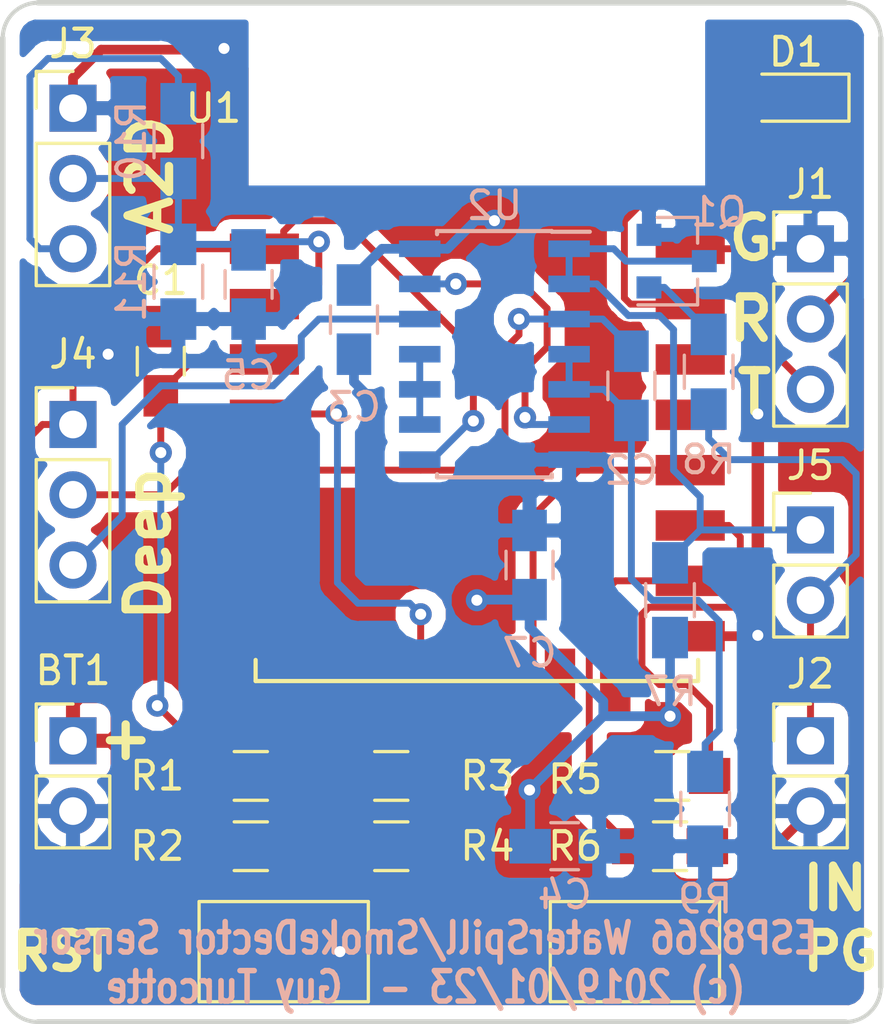
<source format=kicad_pcb>
(kicad_pcb (version 20171130) (host pcbnew "(5.0.1-3-g963ef8bb5)")

  (general
    (thickness 1.6)
    (drawings 18)
    (tracks 216)
    (zones 0)
    (modules 29)
    (nets 32)
  )

  (page A4)
  (layers
    (0 F.Cu signal)
    (31 B.Cu signal hide)
    (32 B.Adhes user hide)
    (33 F.Adhes user hide)
    (34 B.Paste user hide)
    (35 F.Paste user)
    (36 B.SilkS user hide)
    (37 F.SilkS user)
    (38 B.Mask user hide)
    (39 F.Mask user)
    (40 Dwgs.User user hide)
    (41 Cmts.User user hide)
    (42 Eco1.User user hide)
    (43 Eco2.User user hide)
    (44 Edge.Cuts user)
    (45 Margin user hide)
    (46 B.CrtYd user hide)
    (47 F.CrtYd user hide)
    (48 B.Fab user hide)
    (49 F.Fab user hide)
  )

  (setup
    (last_trace_width 0.25)
    (trace_clearance 0.2)
    (zone_clearance 0.508)
    (zone_45_only no)
    (trace_min 0.2)
    (segment_width 0.2)
    (edge_width 0.15)
    (via_size 0.8)
    (via_drill 0.4)
    (via_min_size 0.4)
    (via_min_drill 0.3)
    (uvia_size 0.3)
    (uvia_drill 0.1)
    (uvias_allowed no)
    (uvia_min_size 0.2)
    (uvia_min_drill 0.1)
    (pcb_text_width 0.3)
    (pcb_text_size 1.5 1.5)
    (mod_edge_width 0.15)
    (mod_text_size 1 1)
    (mod_text_width 0.15)
    (pad_size 1.5 1.3)
    (pad_drill 0)
    (pad_to_mask_clearance 0.051)
    (solder_mask_min_width 0.25)
    (aux_axis_origin 0 0)
    (visible_elements FFFDEF7F)
    (pcbplotparams
      (layerselection 0x010fc_ffffffff)
      (usegerberextensions false)
      (usegerberattributes false)
      (usegerberadvancedattributes false)
      (creategerberjobfile false)
      (excludeedgelayer true)
      (linewidth 0.100000)
      (plotframeref false)
      (viasonmask false)
      (mode 1)
      (useauxorigin false)
      (hpglpennumber 1)
      (hpglpenspeed 20)
      (hpglpendiameter 15.000000)
      (psnegative false)
      (psa4output false)
      (plotreference true)
      (plotvalue true)
      (plotinvisibletext false)
      (padsonsilk false)
      (subtractmaskfromsilk false)
      (outputformat 1)
      (mirror false)
      (drillshape 0)
      (scaleselection 1)
      (outputdirectory "gerbers/"))
  )

  (net 0 "")
  (net 1 GND)
  (net 2 VCC)
  (net 3 "Net-(C1-Pad1)")
  (net 4 "Net-(C2-Pad1)")
  (net 5 GPIO_14)
  (net 6 ADC)
  (net 7 RXD)
  (net 8 "Net-(D1-Pad1)")
  (net 9 TXD)
  (net 10 "Net-(J2-Pad1)")
  (net 11 "Net-(J3-Pad3)")
  (net 12 RESET)
  (net 13 GPIO_16)
  (net 14 "Net-(J4-Pad3)")
  (net 15 "Net-(J5-Pad1)")
  (net 16 GPIO_0)
  (net 17 "Net-(R5-Pad2)")
  (net 18 "Net-(R6-Pad1)")
  (net 19 "Net-(U1-Pad6)")
  (net 20 "Net-(U1-Pad7)")
  (net 21 "Net-(U1-Pad13)")
  (net 22 "Net-(U1-Pad14)")
  (net 23 "Net-(U1-Pad17)")
  (net 24 "Net-(U1-Pad18)")
  (net 25 "Net-(U1-Pad19)")
  (net 26 "Net-(U1-Pad20)")
  (net 27 "Net-(U1-Pad21)")
  (net 28 "Net-(U1-Pad22)")
  (net 29 "Net-(U2-Pad13)")
  (net 30 "Net-(U2-Pad10)")
  (net 31 "Net-(Q1-Pad1)")

  (net_class Default "This is the default net class."
    (clearance 0.2)
    (trace_width 0.25)
    (via_dia 0.8)
    (via_drill 0.4)
    (uvia_dia 0.3)
    (uvia_drill 0.1)
    (add_net ADC)
    (add_net GPIO_0)
    (add_net GPIO_14)
    (add_net GPIO_16)
    (add_net "Net-(C1-Pad1)")
    (add_net "Net-(C2-Pad1)")
    (add_net "Net-(D1-Pad1)")
    (add_net "Net-(J2-Pad1)")
    (add_net "Net-(J3-Pad3)")
    (add_net "Net-(J4-Pad3)")
    (add_net "Net-(J5-Pad1)")
    (add_net "Net-(Q1-Pad1)")
    (add_net "Net-(R5-Pad2)")
    (add_net "Net-(R6-Pad1)")
    (add_net "Net-(U1-Pad13)")
    (add_net "Net-(U1-Pad14)")
    (add_net "Net-(U1-Pad17)")
    (add_net "Net-(U1-Pad18)")
    (add_net "Net-(U1-Pad19)")
    (add_net "Net-(U1-Pad20)")
    (add_net "Net-(U1-Pad21)")
    (add_net "Net-(U1-Pad22)")
    (add_net "Net-(U1-Pad6)")
    (add_net "Net-(U1-Pad7)")
    (add_net "Net-(U2-Pad10)")
    (add_net "Net-(U2-Pad13)")
    (add_net RESET)
    (add_net RXD)
    (add_net TXD)
  )

  (net_class Gnd ""
    (clearance 0.2)
    (trace_width 0.35)
    (via_dia 0.8)
    (via_drill 0.4)
    (uvia_dia 0.3)
    (uvia_drill 0.1)
    (add_net GND)
  )

  (net_class Vcc ""
    (clearance 0.2)
    (trace_width 0.35)
    (via_dia 0.8)
    (via_drill 0.4)
    (uvia_dia 0.3)
    (uvia_drill 0.1)
    (add_net VCC)
  )

  (module Pin_Headers:Pin_Header_Straight_1x02_Pitch2.54mm (layer F.Cu) (tedit 59650532) (tstamp 5C4771A9)
    (at 30.48 43.18)
    (descr "Through hole straight pin header, 1x02, 2.54mm pitch, single row")
    (tags "Through hole pin header THT 1x02 2.54mm single row")
    (path /5A7F5FF6)
    (fp_text reference BT1 (at 0 -2.54) (layer F.SilkS)
      (effects (font (size 1 1) (thickness 0.15)))
    )
    (fp_text value Battery (at 0 4.87) (layer F.Fab)
      (effects (font (size 1 1) (thickness 0.15)))
    )
    (fp_text user %R (at 0 1.27 90) (layer F.Fab)
      (effects (font (size 1 1) (thickness 0.15)))
    )
    (fp_line (start 1.8 -1.8) (end -1.8 -1.8) (layer F.CrtYd) (width 0.05))
    (fp_line (start 1.8 4.35) (end 1.8 -1.8) (layer F.CrtYd) (width 0.05))
    (fp_line (start -1.8 4.35) (end 1.8 4.35) (layer F.CrtYd) (width 0.05))
    (fp_line (start -1.8 -1.8) (end -1.8 4.35) (layer F.CrtYd) (width 0.05))
    (fp_line (start -1.33 -1.33) (end 0 -1.33) (layer F.SilkS) (width 0.12))
    (fp_line (start -1.33 0) (end -1.33 -1.33) (layer F.SilkS) (width 0.12))
    (fp_line (start -1.33 1.27) (end 1.33 1.27) (layer F.SilkS) (width 0.12))
    (fp_line (start 1.33 1.27) (end 1.33 3.87) (layer F.SilkS) (width 0.12))
    (fp_line (start -1.33 1.27) (end -1.33 3.87) (layer F.SilkS) (width 0.12))
    (fp_line (start -1.33 3.87) (end 1.33 3.87) (layer F.SilkS) (width 0.12))
    (fp_line (start -1.27 -0.635) (end -0.635 -1.27) (layer F.Fab) (width 0.1))
    (fp_line (start -1.27 3.81) (end -1.27 -0.635) (layer F.Fab) (width 0.1))
    (fp_line (start 1.27 3.81) (end -1.27 3.81) (layer F.Fab) (width 0.1))
    (fp_line (start 1.27 -1.27) (end 1.27 3.81) (layer F.Fab) (width 0.1))
    (fp_line (start -0.635 -1.27) (end 1.27 -1.27) (layer F.Fab) (width 0.1))
    (pad 2 thru_hole oval (at 0 2.54) (size 1.7 1.7) (drill 1) (layers *.Cu *.Mask)
      (net 1 GND))
    (pad 1 thru_hole rect (at 0 0) (size 1.7 1.7) (drill 1) (layers *.Cu *.Mask)
      (net 2 VCC))
    (model ${KISYS3DMOD}/Pin_Headers.3dshapes/Pin_Header_Straight_1x02_Pitch2.54mm.wrl
      (at (xyz 0 0 0))
      (scale (xyz 1 1 1))
      (rotate (xyz 0 0 0))
    )
  )

  (module Capacitors_SMD:C_0805_HandSoldering (layer F.Cu) (tedit 58AA84A8) (tstamp 5C4771BA)
    (at 33.655 29.464 90)
    (descr "Capacitor SMD 0805, hand soldering")
    (tags "capacitor 0805")
    (path /5A7F590E)
    (attr smd)
    (fp_text reference C1 (at 2.921 0 180) (layer F.SilkS)
      (effects (font (size 1 1) (thickness 0.15)))
    )
    (fp_text value 6800pF (at 0 1.75 90) (layer F.Fab)
      (effects (font (size 1 1) (thickness 0.15)))
    )
    (fp_line (start 2.25 0.87) (end -2.25 0.87) (layer F.CrtYd) (width 0.05))
    (fp_line (start 2.25 0.87) (end 2.25 -0.88) (layer F.CrtYd) (width 0.05))
    (fp_line (start -2.25 -0.88) (end -2.25 0.87) (layer F.CrtYd) (width 0.05))
    (fp_line (start -2.25 -0.88) (end 2.25 -0.88) (layer F.CrtYd) (width 0.05))
    (fp_line (start -0.5 0.85) (end 0.5 0.85) (layer F.SilkS) (width 0.12))
    (fp_line (start 0.5 -0.85) (end -0.5 -0.85) (layer F.SilkS) (width 0.12))
    (fp_line (start -1 -0.62) (end 1 -0.62) (layer F.Fab) (width 0.1))
    (fp_line (start 1 -0.62) (end 1 0.62) (layer F.Fab) (width 0.1))
    (fp_line (start 1 0.62) (end -1 0.62) (layer F.Fab) (width 0.1))
    (fp_line (start -1 0.62) (end -1 -0.62) (layer F.Fab) (width 0.1))
    (fp_text user %R (at 0 -1.75 90) (layer F.Fab)
      (effects (font (size 1 1) (thickness 0.15)))
    )
    (pad 2 smd rect (at 1.25 0 90) (size 1.5 1.25) (layers F.Cu F.Paste F.Mask)
      (net 1 GND))
    (pad 1 smd rect (at -1.25 0 90) (size 1.5 1.25) (layers F.Cu F.Paste F.Mask)
      (net 3 "Net-(C1-Pad1)"))
    (model Capacitors_SMD.3dshapes/C_0805.wrl
      (at (xyz 0 0 0))
      (scale (xyz 1 1 1))
      (rotate (xyz 0 0 0))
    )
  )

  (module Capacitors_SMD:C_0805_HandSoldering (layer B.Cu) (tedit 58AA84A8) (tstamp 5C4771CB)
    (at 50.673 30.353 90)
    (descr "Capacitor SMD 0805, hand soldering")
    (tags "capacitor 0805")
    (path /5A7F3CB0)
    (attr smd)
    (fp_text reference C2 (at -3.048 0 180) (layer B.SilkS)
      (effects (font (size 1 1) (thickness 0.15)) (justify mirror))
    )
    (fp_text value 100nF (at 0 -1.75 90) (layer B.Fab)
      (effects (font (size 1 1) (thickness 0.15)) (justify mirror))
    )
    (fp_text user %R (at 0 1.75 90) (layer B.Fab)
      (effects (font (size 1 1) (thickness 0.15)) (justify mirror))
    )
    (fp_line (start -1 -0.62) (end -1 0.62) (layer B.Fab) (width 0.1))
    (fp_line (start 1 -0.62) (end -1 -0.62) (layer B.Fab) (width 0.1))
    (fp_line (start 1 0.62) (end 1 -0.62) (layer B.Fab) (width 0.1))
    (fp_line (start -1 0.62) (end 1 0.62) (layer B.Fab) (width 0.1))
    (fp_line (start 0.5 0.85) (end -0.5 0.85) (layer B.SilkS) (width 0.12))
    (fp_line (start -0.5 -0.85) (end 0.5 -0.85) (layer B.SilkS) (width 0.12))
    (fp_line (start -2.25 0.88) (end 2.25 0.88) (layer B.CrtYd) (width 0.05))
    (fp_line (start -2.25 0.88) (end -2.25 -0.87) (layer B.CrtYd) (width 0.05))
    (fp_line (start 2.25 -0.87) (end 2.25 0.88) (layer B.CrtYd) (width 0.05))
    (fp_line (start 2.25 -0.87) (end -2.25 -0.87) (layer B.CrtYd) (width 0.05))
    (pad 1 smd rect (at -1.25 0 90) (size 1.5 1.25) (layers B.Cu B.Paste B.Mask)
      (net 4 "Net-(C2-Pad1)"))
    (pad 2 smd rect (at 1.25 0 90) (size 1.5 1.25) (layers B.Cu B.Paste B.Mask)
      (net 5 GPIO_14))
    (model Capacitors_SMD.3dshapes/C_0805.wrl
      (at (xyz 0 0 0))
      (scale (xyz 1 1 1))
      (rotate (xyz 0 0 0))
    )
  )

  (module Capacitors_SMD:C_0805_HandSoldering (layer B.Cu) (tedit 58AA84A8) (tstamp 5C4771DC)
    (at 40.64 27.96 270)
    (descr "Capacitor SMD 0805, hand soldering")
    (tags "capacitor 0805")
    (path /5A7F623A)
    (attr smd)
    (fp_text reference C3 (at 3.155 0) (layer B.SilkS)
      (effects (font (size 1 1) (thickness 0.15)) (justify mirror))
    )
    (fp_text value 10uF (at 0 -1.75 270) (layer B.Fab)
      (effects (font (size 1 1) (thickness 0.15)) (justify mirror))
    )
    (fp_line (start 2.25 -0.87) (end -2.25 -0.87) (layer B.CrtYd) (width 0.05))
    (fp_line (start 2.25 -0.87) (end 2.25 0.88) (layer B.CrtYd) (width 0.05))
    (fp_line (start -2.25 0.88) (end -2.25 -0.87) (layer B.CrtYd) (width 0.05))
    (fp_line (start -2.25 0.88) (end 2.25 0.88) (layer B.CrtYd) (width 0.05))
    (fp_line (start -0.5 -0.85) (end 0.5 -0.85) (layer B.SilkS) (width 0.12))
    (fp_line (start 0.5 0.85) (end -0.5 0.85) (layer B.SilkS) (width 0.12))
    (fp_line (start -1 0.62) (end 1 0.62) (layer B.Fab) (width 0.1))
    (fp_line (start 1 0.62) (end 1 -0.62) (layer B.Fab) (width 0.1))
    (fp_line (start 1 -0.62) (end -1 -0.62) (layer B.Fab) (width 0.1))
    (fp_line (start -1 -0.62) (end -1 0.62) (layer B.Fab) (width 0.1))
    (fp_text user %R (at 3.155 0 180) (layer B.Fab)
      (effects (font (size 1 1) (thickness 0.15)) (justify mirror))
    )
    (pad 2 smd rect (at 1.25 0 270) (size 1.5 1.25) (layers B.Cu B.Paste B.Mask)
      (net 1 GND))
    (pad 1 smd rect (at -1.25 0 270) (size 1.5 1.25) (layers B.Cu B.Paste B.Mask)
      (net 2 VCC))
    (model Capacitors_SMD.3dshapes/C_0805.wrl
      (at (xyz 0 0 0))
      (scale (xyz 1 1 1))
      (rotate (xyz 0 0 0))
    )
  )

  (module Capacitors_SMD:C_0805_HandSoldering (layer B.Cu) (tedit 58AA84A8) (tstamp 5C4771ED)
    (at 48.26 46.99)
    (descr "Capacitor SMD 0805, hand soldering")
    (tags "capacitor 0805")
    (path /5A7F62B1)
    (attr smd)
    (fp_text reference C4 (at 0 1.75) (layer B.SilkS)
      (effects (font (size 1 1) (thickness 0.15)) (justify mirror))
    )
    (fp_text value 10uF (at 0 -1.75) (layer B.Fab)
      (effects (font (size 1 1) (thickness 0.15)) (justify mirror))
    )
    (fp_text user %R (at 0 1.75) (layer B.Fab)
      (effects (font (size 1 1) (thickness 0.15)) (justify mirror))
    )
    (fp_line (start -1 -0.62) (end -1 0.62) (layer B.Fab) (width 0.1))
    (fp_line (start 1 -0.62) (end -1 -0.62) (layer B.Fab) (width 0.1))
    (fp_line (start 1 0.62) (end 1 -0.62) (layer B.Fab) (width 0.1))
    (fp_line (start -1 0.62) (end 1 0.62) (layer B.Fab) (width 0.1))
    (fp_line (start 0.5 0.85) (end -0.5 0.85) (layer B.SilkS) (width 0.12))
    (fp_line (start -0.5 -0.85) (end 0.5 -0.85) (layer B.SilkS) (width 0.12))
    (fp_line (start -2.25 0.88) (end 2.25 0.88) (layer B.CrtYd) (width 0.05))
    (fp_line (start -2.25 0.88) (end -2.25 -0.87) (layer B.CrtYd) (width 0.05))
    (fp_line (start 2.25 -0.87) (end 2.25 0.88) (layer B.CrtYd) (width 0.05))
    (fp_line (start 2.25 -0.87) (end -2.25 -0.87) (layer B.CrtYd) (width 0.05))
    (pad 1 smd rect (at -1.25 0) (size 1.5 1.25) (layers B.Cu B.Paste B.Mask)
      (net 2 VCC))
    (pad 2 smd rect (at 1.25 0) (size 1.5 1.25) (layers B.Cu B.Paste B.Mask)
      (net 1 GND))
    (model Capacitors_SMD.3dshapes/C_0805.wrl
      (at (xyz 0 0 0))
      (scale (xyz 1 1 1))
      (rotate (xyz 0 0 0))
    )
  )

  (module Capacitors_SMD:C_0805_HandSoldering (layer B.Cu) (tedit 58AA84A8) (tstamp 5C4771FE)
    (at 36.83 26.69 270)
    (descr "Capacitor SMD 0805, hand soldering")
    (tags "capacitor 0805")
    (path /5A7F73F3)
    (attr smd)
    (fp_text reference C5 (at 3.282 0) (layer B.SilkS)
      (effects (font (size 1 1) (thickness 0.15)) (justify mirror))
    )
    (fp_text value 10nF (at 0 -1.75 270) (layer B.Fab)
      (effects (font (size 1 1) (thickness 0.15)) (justify mirror))
    )
    (fp_line (start 2.25 -0.87) (end -2.25 -0.87) (layer B.CrtYd) (width 0.05))
    (fp_line (start 2.25 -0.87) (end 2.25 0.88) (layer B.CrtYd) (width 0.05))
    (fp_line (start -2.25 0.88) (end -2.25 -0.87) (layer B.CrtYd) (width 0.05))
    (fp_line (start -2.25 0.88) (end 2.25 0.88) (layer B.CrtYd) (width 0.05))
    (fp_line (start -0.5 -0.85) (end 0.5 -0.85) (layer B.SilkS) (width 0.12))
    (fp_line (start 0.5 0.85) (end -0.5 0.85) (layer B.SilkS) (width 0.12))
    (fp_line (start -1 0.62) (end 1 0.62) (layer B.Fab) (width 0.1))
    (fp_line (start 1 0.62) (end 1 -0.62) (layer B.Fab) (width 0.1))
    (fp_line (start 1 -0.62) (end -1 -0.62) (layer B.Fab) (width 0.1))
    (fp_line (start -1 -0.62) (end -1 0.62) (layer B.Fab) (width 0.1))
    (fp_text user %R (at 0 1.75 270) (layer B.Fab)
      (effects (font (size 1 1) (thickness 0.15)) (justify mirror))
    )
    (pad 2 smd rect (at 1.25 0 270) (size 1.5 1.25) (layers B.Cu B.Paste B.Mask)
      (net 1 GND))
    (pad 1 smd rect (at -1.25 0 270) (size 1.5 1.25) (layers B.Cu B.Paste B.Mask)
      (net 6 ADC))
    (model Capacitors_SMD.3dshapes/C_0805.wrl
      (at (xyz 0 0 0))
      (scale (xyz 1 1 1))
      (rotate (xyz 0 0 0))
    )
  )

  (module Capacitors_SMD:C_0805_HandSoldering (layer B.Cu) (tedit 58AA84A8) (tstamp 5C47720F)
    (at 46.99 36.83 270)
    (descr "Capacitor SMD 0805, hand soldering")
    (tags "capacitor 0805")
    (path /5A80865F)
    (attr smd)
    (fp_text reference C7 (at 3.175 0 180) (layer B.SilkS)
      (effects (font (size 1 1) (thickness 0.15)) (justify mirror))
    )
    (fp_text value 100nF (at 0 -1.75 270) (layer B.Fab)
      (effects (font (size 1 1) (thickness 0.15)) (justify mirror))
    )
    (fp_text user %R (at 0 1.75 270) (layer B.Fab)
      (effects (font (size 1 1) (thickness 0.15)) (justify mirror))
    )
    (fp_line (start -1 -0.62) (end -1 0.62) (layer B.Fab) (width 0.1))
    (fp_line (start 1 -0.62) (end -1 -0.62) (layer B.Fab) (width 0.1))
    (fp_line (start 1 0.62) (end 1 -0.62) (layer B.Fab) (width 0.1))
    (fp_line (start -1 0.62) (end 1 0.62) (layer B.Fab) (width 0.1))
    (fp_line (start 0.5 0.85) (end -0.5 0.85) (layer B.SilkS) (width 0.12))
    (fp_line (start -0.5 -0.85) (end 0.5 -0.85) (layer B.SilkS) (width 0.12))
    (fp_line (start -2.25 0.88) (end 2.25 0.88) (layer B.CrtYd) (width 0.05))
    (fp_line (start -2.25 0.88) (end -2.25 -0.87) (layer B.CrtYd) (width 0.05))
    (fp_line (start 2.25 -0.87) (end 2.25 0.88) (layer B.CrtYd) (width 0.05))
    (fp_line (start 2.25 -0.87) (end -2.25 -0.87) (layer B.CrtYd) (width 0.05))
    (pad 1 smd rect (at -1.25 0 270) (size 1.5 1.25) (layers B.Cu B.Paste B.Mask)
      (net 1 GND))
    (pad 2 smd rect (at 1.25 0 270) (size 1.5 1.25) (layers B.Cu B.Paste B.Mask)
      (net 2 VCC))
    (model Capacitors_SMD.3dshapes/C_0805.wrl
      (at (xyz 0 0 0))
      (scale (xyz 1 1 1))
      (rotate (xyz 0 0 0))
    )
  )

  (module Diodes_SMD:D_SOD-323_HandSoldering (layer F.Cu) (tedit 58641869) (tstamp 5C477227)
    (at 56.642 19.939 180)
    (descr SOD-323)
    (tags SOD-323)
    (path /5A7F2FA6)
    (attr smd)
    (fp_text reference D1 (at 0.02 1.651 180) (layer F.SilkS)
      (effects (font (size 1 1) (thickness 0.15)))
    )
    (fp_text value 1N4148 (at 0.1 1.9 180) (layer F.Fab)
      (effects (font (size 1 1) (thickness 0.15)))
    )
    (fp_line (start -1.9 -0.85) (end 1.25 -0.85) (layer F.SilkS) (width 0.12))
    (fp_line (start -1.9 0.85) (end 1.25 0.85) (layer F.SilkS) (width 0.12))
    (fp_line (start -2 -0.95) (end -2 0.95) (layer F.CrtYd) (width 0.05))
    (fp_line (start -2 0.95) (end 2 0.95) (layer F.CrtYd) (width 0.05))
    (fp_line (start 2 -0.95) (end 2 0.95) (layer F.CrtYd) (width 0.05))
    (fp_line (start -2 -0.95) (end 2 -0.95) (layer F.CrtYd) (width 0.05))
    (fp_line (start -0.9 -0.7) (end 0.9 -0.7) (layer F.Fab) (width 0.1))
    (fp_line (start 0.9 -0.7) (end 0.9 0.7) (layer F.Fab) (width 0.1))
    (fp_line (start 0.9 0.7) (end -0.9 0.7) (layer F.Fab) (width 0.1))
    (fp_line (start -0.9 0.7) (end -0.9 -0.7) (layer F.Fab) (width 0.1))
    (fp_line (start -0.3 -0.35) (end -0.3 0.35) (layer F.Fab) (width 0.1))
    (fp_line (start -0.3 0) (end -0.5 0) (layer F.Fab) (width 0.1))
    (fp_line (start -0.3 0) (end 0.2 -0.35) (layer F.Fab) (width 0.1))
    (fp_line (start 0.2 -0.35) (end 0.2 0.35) (layer F.Fab) (width 0.1))
    (fp_line (start 0.2 0.35) (end -0.3 0) (layer F.Fab) (width 0.1))
    (fp_line (start 0.2 0) (end 0.45 0) (layer F.Fab) (width 0.1))
    (fp_line (start -1.9 -0.85) (end -1.9 0.85) (layer F.SilkS) (width 0.12))
    (fp_text user %R (at 0.02 2.54 180) (layer F.Fab)
      (effects (font (size 1 1) (thickness 0.15)))
    )
    (pad 2 smd rect (at 1.25 0 180) (size 1 1) (layers F.Cu F.Paste F.Mask)
      (net 7 RXD))
    (pad 1 smd rect (at -1.25 0 180) (size 1 1) (layers F.Cu F.Paste F.Mask)
      (net 8 "Net-(D1-Pad1)"))
    (model ${KISYS3DMOD}/Diodes_SMD.3dshapes/D_SOD-323.wrl
      (at (xyz 0 0 0))
      (scale (xyz 1 1 1))
      (rotate (xyz 0 0 0))
    )
  )

  (module Pin_Headers:Pin_Header_Straight_1x03_Pitch2.54mm (layer F.Cu) (tedit 5C476FB6) (tstamp 5C47723E)
    (at 57.15 25.4)
    (descr "Through hole straight pin header, 1x03, 2.54mm pitch, single row")
    (tags "Through hole pin header THT 1x03 2.54mm single row")
    (path /5A7F2E9F)
    (fp_text reference J1 (at 0 -2.33) (layer F.SilkS)
      (effects (font (size 1 1) (thickness 0.15)))
    )
    (fp_text value Conn_01x03_Male (at 0 7.62) (layer F.Fab)
      (effects (font (size 1 1) (thickness 0.15)))
    )
    (fp_text user %R (at 0 2.54 90) (layer F.Fab)
      (effects (font (size 1 1) (thickness 0.15)))
    )
    (fp_line (start 1.8 -1.8) (end -1.8 -1.8) (layer F.CrtYd) (width 0.05))
    (fp_line (start 1.8 6.85) (end 1.8 -1.8) (layer F.CrtYd) (width 0.05))
    (fp_line (start -1.8 6.85) (end 1.8 6.85) (layer F.CrtYd) (width 0.05))
    (fp_line (start -1.8 -1.8) (end -1.8 6.85) (layer F.CrtYd) (width 0.05))
    (fp_line (start -1.33 -1.33) (end 0 -1.33) (layer F.SilkS) (width 0.12))
    (fp_line (start -1.33 0) (end -1.33 -1.33) (layer F.SilkS) (width 0.12))
    (fp_line (start -1.33 1.27) (end 1.33 1.27) (layer F.SilkS) (width 0.12))
    (fp_line (start 1.33 1.27) (end 1.33 6.41) (layer F.SilkS) (width 0.12))
    (fp_line (start -1.33 1.27) (end -1.33 6.41) (layer F.SilkS) (width 0.12))
    (fp_line (start -1.33 6.41) (end 1.33 6.41) (layer F.SilkS) (width 0.12))
    (fp_line (start -1.27 -0.635) (end -0.635 -1.27) (layer F.Fab) (width 0.1))
    (fp_line (start -1.27 6.35) (end -1.27 -0.635) (layer F.Fab) (width 0.1))
    (fp_line (start 1.27 6.35) (end -1.27 6.35) (layer F.Fab) (width 0.1))
    (fp_line (start 1.27 -1.27) (end 1.27 6.35) (layer F.Fab) (width 0.1))
    (fp_line (start -0.635 -1.27) (end 1.27 -1.27) (layer F.Fab) (width 0.1))
    (pad 3 thru_hole oval (at 0 5.08) (size 1.7 1.7) (drill 1) (layers *.Cu *.Mask)
      (net 9 TXD))
    (pad 2 thru_hole oval (at 0 2.54) (size 1.7 1.7) (drill 1) (layers *.Cu *.Mask)
      (net 8 "Net-(D1-Pad1)"))
    (pad 1 thru_hole rect (at 0 0) (size 1.7 1.7) (drill 1) (layers *.Cu *.Mask)
      (net 1 GND))
    (model ${KISYS3DMOD}/Pin_Headers.3dshapes/Pin_Header_Straight_1x03_Pitch2.54mm.wrl
      (at (xyz 0 0 0))
      (scale (xyz 1 1 1))
      (rotate (xyz 0 0 0))
    )
  )

  (module Pin_Headers:Pin_Header_Straight_1x02_Pitch2.54mm (layer F.Cu) (tedit 5C47714B) (tstamp 5C477254)
    (at 57.15 43.18)
    (descr "Through hole straight pin header, 1x02, 2.54mm pitch, single row")
    (tags "Through hole pin header THT 1x02 2.54mm single row")
    (path /5A7F3558)
    (fp_text reference J2 (at 0 -2.413) (layer F.SilkS)
      (effects (font (size 1 1) (thickness 0.15)))
    )
    (fp_text value Conn_01x02_Male (at 0 4.87) (layer F.Fab)
      (effects (font (size 1 1) (thickness 0.15)))
    )
    (fp_text user %R (at 0 1.27 90) (layer F.Fab)
      (effects (font (size 1 1) (thickness 0.15)))
    )
    (fp_line (start 1.8 -1.8) (end -1.8 -1.8) (layer F.CrtYd) (width 0.05))
    (fp_line (start 1.8 4.35) (end 1.8 -1.8) (layer F.CrtYd) (width 0.05))
    (fp_line (start -1.8 4.35) (end 1.8 4.35) (layer F.CrtYd) (width 0.05))
    (fp_line (start -1.8 -1.8) (end -1.8 4.35) (layer F.CrtYd) (width 0.05))
    (fp_line (start -1.33 -1.33) (end 0 -1.33) (layer F.SilkS) (width 0.12))
    (fp_line (start -1.33 0) (end -1.33 -1.33) (layer F.SilkS) (width 0.12))
    (fp_line (start -1.33 1.27) (end 1.33 1.27) (layer F.SilkS) (width 0.12))
    (fp_line (start 1.33 1.27) (end 1.33 3.87) (layer F.SilkS) (width 0.12))
    (fp_line (start -1.33 1.27) (end -1.33 3.87) (layer F.SilkS) (width 0.12))
    (fp_line (start -1.33 3.87) (end 1.33 3.87) (layer F.SilkS) (width 0.12))
    (fp_line (start -1.27 -0.635) (end -0.635 -1.27) (layer F.Fab) (width 0.1))
    (fp_line (start -1.27 3.81) (end -1.27 -0.635) (layer F.Fab) (width 0.1))
    (fp_line (start 1.27 3.81) (end -1.27 3.81) (layer F.Fab) (width 0.1))
    (fp_line (start 1.27 -1.27) (end 1.27 3.81) (layer F.Fab) (width 0.1))
    (fp_line (start -0.635 -1.27) (end 1.27 -1.27) (layer F.Fab) (width 0.1))
    (pad 2 thru_hole oval (at 0 2.54) (size 1.7 1.7) (drill 1) (layers *.Cu *.Mask)
      (net 1 GND))
    (pad 1 thru_hole rect (at 0 0) (size 1.7 1.7) (drill 1) (layers *.Cu *.Mask)
      (net 10 "Net-(J2-Pad1)"))
    (model ${KISYS3DMOD}/Pin_Headers.3dshapes/Pin_Header_Straight_1x02_Pitch2.54mm.wrl
      (at (xyz 0 0 0))
      (scale (xyz 1 1 1))
      (rotate (xyz 0 0 0))
    )
  )

  (module Pin_Headers:Pin_Header_Straight_1x03_Pitch2.54mm (layer F.Cu) (tedit 5C47706E) (tstamp 5C47726B)
    (at 30.48 20.32)
    (descr "Through hole straight pin header, 1x03, 2.54mm pitch, single row")
    (tags "Through hole pin header THT 1x03 2.54mm single row")
    (path /5A7F754A)
    (fp_text reference J3 (at 0 -2.33) (layer F.SilkS)
      (effects (font (size 1 1) (thickness 0.15)))
    )
    (fp_text value Conn_01x03_Male (at 0 7.41) (layer F.Fab)
      (effects (font (size 1 1) (thickness 0.15)))
    )
    (fp_text user %R (at 0 2.54 90) (layer F.Fab)
      (effects (font (size 1 1) (thickness 0.15)))
    )
    (fp_line (start 1.8 -1.8) (end -1.8 -1.8) (layer F.CrtYd) (width 0.05))
    (fp_line (start 1.8 6.85) (end 1.8 -1.8) (layer F.CrtYd) (width 0.05))
    (fp_line (start -1.8 6.85) (end 1.8 6.85) (layer F.CrtYd) (width 0.05))
    (fp_line (start -1.8 -1.8) (end -1.8 6.85) (layer F.CrtYd) (width 0.05))
    (fp_line (start -1.33 -1.33) (end 0 -1.33) (layer F.SilkS) (width 0.12))
    (fp_line (start -1.33 0) (end -1.33 -1.33) (layer F.SilkS) (width 0.12))
    (fp_line (start -1.33 1.27) (end 1.33 1.27) (layer F.SilkS) (width 0.12))
    (fp_line (start 1.33 1.27) (end 1.33 6.41) (layer F.SilkS) (width 0.12))
    (fp_line (start -1.33 1.27) (end -1.33 6.41) (layer F.SilkS) (width 0.12))
    (fp_line (start -1.33 6.41) (end 1.33 6.41) (layer F.SilkS) (width 0.12))
    (fp_line (start -1.27 -0.635) (end -0.635 -1.27) (layer F.Fab) (width 0.1))
    (fp_line (start -1.27 6.35) (end -1.27 -0.635) (layer F.Fab) (width 0.1))
    (fp_line (start 1.27 6.35) (end -1.27 6.35) (layer F.Fab) (width 0.1))
    (fp_line (start 1.27 -1.27) (end 1.27 6.35) (layer F.Fab) (width 0.1))
    (fp_line (start -0.635 -1.27) (end 1.27 -1.27) (layer F.Fab) (width 0.1))
    (pad 3 thru_hole oval (at 0 5.08) (size 1.7 1.7) (drill 1) (layers *.Cu *.Mask)
      (net 11 "Net-(J3-Pad3)"))
    (pad 2 thru_hole oval (at 0 2.54) (size 1.7 1.7) (drill 1) (layers *.Cu *.Mask)
      (net 6 ADC))
    (pad 1 thru_hole rect (at 0 0) (size 1.7 1.7) (drill 1) (layers *.Cu *.Mask)
      (net 1 GND))
    (model ${KISYS3DMOD}/Pin_Headers.3dshapes/Pin_Header_Straight_1x03_Pitch2.54mm.wrl
      (at (xyz 0 0 0))
      (scale (xyz 1 1 1))
      (rotate (xyz 0 0 0))
    )
  )

  (module Pin_Headers:Pin_Header_Straight_1x03_Pitch2.54mm (layer F.Cu) (tedit 5C4774B8) (tstamp 5C477282)
    (at 30.48 31.75)
    (descr "Through hole straight pin header, 1x03, 2.54mm pitch, single row")
    (tags "Through hole pin header THT 1x03 2.54mm single row")
    (path /5C48A0D2)
    (fp_text reference J4 (at 0 -2.54) (layer F.SilkS)
      (effects (font (size 1 1) (thickness 0.15)))
    )
    (fp_text value Conn_01x03_Male (at 0 7.41) (layer F.Fab)
      (effects (font (size 1 1) (thickness 0.15)))
    )
    (fp_line (start -0.635 -1.27) (end 1.27 -1.27) (layer F.Fab) (width 0.1))
    (fp_line (start 1.27 -1.27) (end 1.27 6.35) (layer F.Fab) (width 0.1))
    (fp_line (start 1.27 6.35) (end -1.27 6.35) (layer F.Fab) (width 0.1))
    (fp_line (start -1.27 6.35) (end -1.27 -0.635) (layer F.Fab) (width 0.1))
    (fp_line (start -1.27 -0.635) (end -0.635 -1.27) (layer F.Fab) (width 0.1))
    (fp_line (start -1.33 6.41) (end 1.33 6.41) (layer F.SilkS) (width 0.12))
    (fp_line (start -1.33 1.27) (end -1.33 6.41) (layer F.SilkS) (width 0.12))
    (fp_line (start 1.33 1.27) (end 1.33 6.41) (layer F.SilkS) (width 0.12))
    (fp_line (start -1.33 1.27) (end 1.33 1.27) (layer F.SilkS) (width 0.12))
    (fp_line (start -1.33 0) (end -1.33 -1.33) (layer F.SilkS) (width 0.12))
    (fp_line (start -1.33 -1.33) (end 0 -1.33) (layer F.SilkS) (width 0.12))
    (fp_line (start -1.8 -1.8) (end -1.8 6.85) (layer F.CrtYd) (width 0.05))
    (fp_line (start -1.8 6.85) (end 1.8 6.85) (layer F.CrtYd) (width 0.05))
    (fp_line (start 1.8 6.85) (end 1.8 -1.8) (layer F.CrtYd) (width 0.05))
    (fp_line (start 1.8 -1.8) (end -1.8 -1.8) (layer F.CrtYd) (width 0.05))
    (fp_text user %R (at 0 2.54 90) (layer F.Fab)
      (effects (font (size 1 1) (thickness 0.15)))
    )
    (pad 1 thru_hole rect (at 0 0) (size 1.7 1.7) (drill 1) (layers *.Cu *.Mask)
      (net 12 RESET))
    (pad 2 thru_hole oval (at 0 2.54) (size 1.7 1.7) (drill 1) (layers *.Cu *.Mask)
      (net 13 GPIO_16))
    (pad 3 thru_hole oval (at 0 5.08) (size 1.7 1.7) (drill 1) (layers *.Cu *.Mask)
      (net 14 "Net-(J4-Pad3)"))
    (model ${KISYS3DMOD}/Pin_Headers.3dshapes/Pin_Header_Straight_1x03_Pitch2.54mm.wrl
      (at (xyz 0 0 0))
      (scale (xyz 1 1 1))
      (rotate (xyz 0 0 0))
    )
  )

  (module Pin_Headers:Pin_Header_Straight_1x02_Pitch2.54mm (layer F.Cu) (tedit 5C4771A1) (tstamp 5C47928B)
    (at 57.15 35.56)
    (descr "Through hole straight pin header, 1x02, 2.54mm pitch, single row")
    (tags "Through hole pin header THT 1x02 2.54mm single row")
    (path /5C523429)
    (fp_text reference J5 (at 0 -2.33) (layer F.SilkS)
      (effects (font (size 1 1) (thickness 0.15)))
    )
    (fp_text value Conn_01x02_Male (at 0 4.87) (layer F.Fab)
      (effects (font (size 1 1) (thickness 0.15)))
    )
    (fp_line (start -0.635 -1.27) (end 1.27 -1.27) (layer F.Fab) (width 0.1))
    (fp_line (start 1.27 -1.27) (end 1.27 3.81) (layer F.Fab) (width 0.1))
    (fp_line (start 1.27 3.81) (end -1.27 3.81) (layer F.Fab) (width 0.1))
    (fp_line (start -1.27 3.81) (end -1.27 -0.635) (layer F.Fab) (width 0.1))
    (fp_line (start -1.27 -0.635) (end -0.635 -1.27) (layer F.Fab) (width 0.1))
    (fp_line (start -1.33 3.87) (end 1.33 3.87) (layer F.SilkS) (width 0.12))
    (fp_line (start -1.33 1.27) (end -1.33 3.87) (layer F.SilkS) (width 0.12))
    (fp_line (start 1.33 1.27) (end 1.33 3.87) (layer F.SilkS) (width 0.12))
    (fp_line (start -1.33 1.27) (end 1.33 1.27) (layer F.SilkS) (width 0.12))
    (fp_line (start -1.33 0) (end -1.33 -1.33) (layer F.SilkS) (width 0.12))
    (fp_line (start -1.33 -1.33) (end 0 -1.33) (layer F.SilkS) (width 0.12))
    (fp_line (start -1.8 -1.8) (end -1.8 4.35) (layer F.CrtYd) (width 0.05))
    (fp_line (start -1.8 4.35) (end 1.8 4.35) (layer F.CrtYd) (width 0.05))
    (fp_line (start 1.8 4.35) (end 1.8 -1.8) (layer F.CrtYd) (width 0.05))
    (fp_line (start 1.8 -1.8) (end -1.8 -1.8) (layer F.CrtYd) (width 0.05))
    (fp_text user %R (at 0 1.27 90) (layer F.Fab)
      (effects (font (size 1 1) (thickness 0.15)))
    )
    (pad 1 thru_hole rect (at 0 0) (size 1.7 1.7) (drill 1) (layers *.Cu *.Mask)
      (net 15 "Net-(J5-Pad1)"))
    (pad 2 thru_hole oval (at 0 2.54) (size 1.7 1.7) (drill 1) (layers *.Cu *.Mask)
      (net 10 "Net-(J2-Pad1)"))
    (model ${KISYS3DMOD}/Pin_Headers.3dshapes/Pin_Header_Straight_1x02_Pitch2.54mm.wrl
      (at (xyz 0 0 0))
      (scale (xyz 1 1 1))
      (rotate (xyz 0 0 0))
    )
  )

  (module Resistors_SMD:R_0805_HandSoldering (layer F.Cu) (tedit 5C47A2C4) (tstamp 5C4791E7)
    (at 36.91 44.45 180)
    (descr "Resistor SMD 0805, hand soldering")
    (tags "resistor 0805")
    (path /5A7F2250)
    (attr smd)
    (fp_text reference R1 (at 3.382 0) (layer F.SilkS)
      (effects (font (size 1 1) (thickness 0.15)))
    )
    (fp_text value 10k (at 0 1.75 180) (layer F.Fab)
      (effects (font (size 1 1) (thickness 0.15)))
    )
    (fp_line (start 2.35 0.9) (end -2.35 0.9) (layer F.CrtYd) (width 0.05))
    (fp_line (start 2.35 0.9) (end 2.35 -0.9) (layer F.CrtYd) (width 0.05))
    (fp_line (start -2.35 -0.9) (end -2.35 0.9) (layer F.CrtYd) (width 0.05))
    (fp_line (start -2.35 -0.9) (end 2.35 -0.9) (layer F.CrtYd) (width 0.05))
    (fp_line (start -0.6 -0.88) (end 0.6 -0.88) (layer F.SilkS) (width 0.12))
    (fp_line (start 0.6 0.88) (end -0.6 0.88) (layer F.SilkS) (width 0.12))
    (fp_line (start -1 -0.62) (end 1 -0.62) (layer F.Fab) (width 0.1))
    (fp_line (start 1 -0.62) (end 1 0.62) (layer F.Fab) (width 0.1))
    (fp_line (start 1 0.62) (end -1 0.62) (layer F.Fab) (width 0.1))
    (fp_line (start -1 0.62) (end -1 -0.62) (layer F.Fab) (width 0.1))
    (fp_text user %R (at 0 0 180) (layer F.Fab)
      (effects (font (size 0.5 0.5) (thickness 0.075)))
    )
    (pad 2 smd rect (at 1.35 0 180) (size 1.5 1.3) (layers F.Cu F.Paste F.Mask)
      (net 3 "Net-(C1-Pad1)"))
    (pad 1 smd rect (at -1.35 0 180) (size 1.5 1.3) (layers F.Cu F.Paste F.Mask)
      (net 2 VCC))
    (model ${KISYS3DMOD}/Resistors_SMD.3dshapes/R_0805.wrl
      (at (xyz 0 0 0))
      (scale (xyz 1 1 1))
      (rotate (xyz 0 0 0))
    )
  )

  (module Resistors_SMD:R_0805_HandSoldering (layer F.Cu) (tedit 58E0A804) (tstamp 5C4772CF)
    (at 36.91 46.99 180)
    (descr "Resistor SMD 0805, hand soldering")
    (tags "resistor 0805")
    (path /5A7F227C)
    (attr smd)
    (fp_text reference R2 (at 3.382 0) (layer F.SilkS)
      (effects (font (size 1 1) (thickness 0.15)))
    )
    (fp_text value 10k (at 0 1.75 180) (layer F.Fab)
      (effects (font (size 1 1) (thickness 0.15)))
    )
    (fp_text user %R (at 0 0 180) (layer F.Fab)
      (effects (font (size 0.5 0.5) (thickness 0.075)))
    )
    (fp_line (start -1 0.62) (end -1 -0.62) (layer F.Fab) (width 0.1))
    (fp_line (start 1 0.62) (end -1 0.62) (layer F.Fab) (width 0.1))
    (fp_line (start 1 -0.62) (end 1 0.62) (layer F.Fab) (width 0.1))
    (fp_line (start -1 -0.62) (end 1 -0.62) (layer F.Fab) (width 0.1))
    (fp_line (start 0.6 0.88) (end -0.6 0.88) (layer F.SilkS) (width 0.12))
    (fp_line (start -0.6 -0.88) (end 0.6 -0.88) (layer F.SilkS) (width 0.12))
    (fp_line (start -2.35 -0.9) (end 2.35 -0.9) (layer F.CrtYd) (width 0.05))
    (fp_line (start -2.35 -0.9) (end -2.35 0.9) (layer F.CrtYd) (width 0.05))
    (fp_line (start 2.35 0.9) (end 2.35 -0.9) (layer F.CrtYd) (width 0.05))
    (fp_line (start 2.35 0.9) (end -2.35 0.9) (layer F.CrtYd) (width 0.05))
    (pad 1 smd rect (at -1.35 0 180) (size 1.5 1.3) (layers F.Cu F.Paste F.Mask)
      (net 2 VCC))
    (pad 2 smd rect (at 1.35 0 180) (size 1.5 1.3) (layers F.Cu F.Paste F.Mask)
      (net 12 RESET))
    (model ${KISYS3DMOD}/Resistors_SMD.3dshapes/R_0805.wrl
      (at (xyz 0 0 0))
      (scale (xyz 1 1 1))
      (rotate (xyz 0 0 0))
    )
  )

  (module Resistors_SMD:R_0805_HandSoldering (layer F.Cu) (tedit 58E0A804) (tstamp 5C478B17)
    (at 41.99 44.45)
    (descr "Resistor SMD 0805, hand soldering")
    (tags "resistor 0805")
    (path /5A7F5D84)
    (attr smd)
    (fp_text reference R3 (at 3.476 0 180) (layer F.SilkS)
      (effects (font (size 1 1) (thickness 0.15)))
    )
    (fp_text value 10k (at 0 1.75) (layer F.Fab)
      (effects (font (size 1 1) (thickness 0.15)))
    )
    (fp_line (start 2.35 0.9) (end -2.35 0.9) (layer F.CrtYd) (width 0.05))
    (fp_line (start 2.35 0.9) (end 2.35 -0.9) (layer F.CrtYd) (width 0.05))
    (fp_line (start -2.35 -0.9) (end -2.35 0.9) (layer F.CrtYd) (width 0.05))
    (fp_line (start -2.35 -0.9) (end 2.35 -0.9) (layer F.CrtYd) (width 0.05))
    (fp_line (start -0.6 -0.88) (end 0.6 -0.88) (layer F.SilkS) (width 0.12))
    (fp_line (start 0.6 0.88) (end -0.6 0.88) (layer F.SilkS) (width 0.12))
    (fp_line (start -1 -0.62) (end 1 -0.62) (layer F.Fab) (width 0.1))
    (fp_line (start 1 -0.62) (end 1 0.62) (layer F.Fab) (width 0.1))
    (fp_line (start 1 0.62) (end -1 0.62) (layer F.Fab) (width 0.1))
    (fp_line (start -1 0.62) (end -1 -0.62) (layer F.Fab) (width 0.1))
    (fp_text user %R (at 0 0) (layer F.Fab)
      (effects (font (size 0.5 0.5) (thickness 0.075)))
    )
    (pad 2 smd rect (at 1.35 0) (size 1.5 1.3) (layers F.Cu F.Paste F.Mask)
      (net 13 GPIO_16))
    (pad 1 smd rect (at -1.35 0) (size 1.5 1.3) (layers F.Cu F.Paste F.Mask)
      (net 2 VCC))
    (model ${KISYS3DMOD}/Resistors_SMD.3dshapes/R_0805.wrl
      (at (xyz 0 0 0))
      (scale (xyz 1 1 1))
      (rotate (xyz 0 0 0))
    )
  )

  (module Resistors_SMD:R_0805_HandSoldering (layer F.Cu) (tedit 5C47A02F) (tstamp 5C4772F1)
    (at 41.99 46.99)
    (descr "Resistor SMD 0805, hand soldering")
    (tags "resistor 0805")
    (path /5A7F243A)
    (attr smd)
    (fp_text reference R4 (at 3.476 0 180) (layer F.SilkS)
      (effects (font (size 1 1) (thickness 0.15)))
    )
    (fp_text value 10k (at 0 1.75) (layer F.Fab)
      (effects (font (size 1 1) (thickness 0.15)))
    )
    (fp_line (start 2.35 0.9) (end -2.35 0.9) (layer F.CrtYd) (width 0.05))
    (fp_line (start 2.35 0.9) (end 2.35 -0.9) (layer F.CrtYd) (width 0.05))
    (fp_line (start -2.35 -0.9) (end -2.35 0.9) (layer F.CrtYd) (width 0.05))
    (fp_line (start -2.35 -0.9) (end 2.35 -0.9) (layer F.CrtYd) (width 0.05))
    (fp_line (start -0.6 -0.88) (end 0.6 -0.88) (layer F.SilkS) (width 0.12))
    (fp_line (start 0.6 0.88) (end -0.6 0.88) (layer F.SilkS) (width 0.12))
    (fp_line (start -1 -0.62) (end 1 -0.62) (layer F.Fab) (width 0.1))
    (fp_line (start 1 -0.62) (end 1 0.62) (layer F.Fab) (width 0.1))
    (fp_line (start 1 0.62) (end -1 0.62) (layer F.Fab) (width 0.1))
    (fp_line (start -1 0.62) (end -1 -0.62) (layer F.Fab) (width 0.1))
    (fp_text user %R (at 0 0) (layer F.Fab)
      (effects (font (size 0.5 0.5) (thickness 0.075)))
    )
    (pad 2 smd rect (at 1.35 0) (size 1.5 1.3) (layers F.Cu F.Paste F.Mask)
      (net 16 GPIO_0))
    (pad 1 smd rect (at -1.35 0) (size 1.5 1.3) (layers F.Cu F.Paste F.Mask)
      (net 2 VCC))
    (model ${KISYS3DMOD}/Resistors_SMD.3dshapes/R_0805.wrl
      (at (xyz 0 0 0))
      (scale (xyz 1 1 1))
      (rotate (xyz 0 0 0))
    )
  )

  (module Resistors_SMD:R_0805_HandSoldering (layer F.Cu) (tedit 58E0A804) (tstamp 5C477302)
    (at 52.15 44.45)
    (descr "Resistor SMD 0805, hand soldering")
    (tags "resistor 0805")
    (path /5A7F25DE)
    (attr smd)
    (fp_text reference R5 (at -3.509 0.127 180) (layer F.SilkS)
      (effects (font (size 1 1) (thickness 0.15)))
    )
    (fp_text value 10k (at 0 1.75) (layer F.Fab)
      (effects (font (size 1 1) (thickness 0.15)))
    )
    (fp_line (start 2.35 0.9) (end -2.35 0.9) (layer F.CrtYd) (width 0.05))
    (fp_line (start 2.35 0.9) (end 2.35 -0.9) (layer F.CrtYd) (width 0.05))
    (fp_line (start -2.35 -0.9) (end -2.35 0.9) (layer F.CrtYd) (width 0.05))
    (fp_line (start -2.35 -0.9) (end 2.35 -0.9) (layer F.CrtYd) (width 0.05))
    (fp_line (start -0.6 -0.88) (end 0.6 -0.88) (layer F.SilkS) (width 0.12))
    (fp_line (start 0.6 0.88) (end -0.6 0.88) (layer F.SilkS) (width 0.12))
    (fp_line (start -1 -0.62) (end 1 -0.62) (layer F.Fab) (width 0.1))
    (fp_line (start 1 -0.62) (end 1 0.62) (layer F.Fab) (width 0.1))
    (fp_line (start 1 0.62) (end -1 0.62) (layer F.Fab) (width 0.1))
    (fp_line (start -1 0.62) (end -1 -0.62) (layer F.Fab) (width 0.1))
    (fp_text user %R (at 0 0) (layer F.Fab)
      (effects (font (size 0.5 0.5) (thickness 0.075)))
    )
    (pad 2 smd rect (at 1.35 0) (size 1.5 1.3) (layers F.Cu F.Paste F.Mask)
      (net 17 "Net-(R5-Pad2)"))
    (pad 1 smd rect (at -1.35 0) (size 1.5 1.3) (layers F.Cu F.Paste F.Mask)
      (net 2 VCC))
    (model ${KISYS3DMOD}/Resistors_SMD.3dshapes/R_0805.wrl
      (at (xyz 0 0 0))
      (scale (xyz 1 1 1))
      (rotate (xyz 0 0 0))
    )
  )

  (module Resistors_SMD:R_0805_HandSoldering (layer F.Cu) (tedit 58E0A804) (tstamp 5C477313)
    (at 52.07 46.99)
    (descr "Resistor SMD 0805, hand soldering")
    (tags "resistor 0805")
    (path /5A7F233B)
    (attr smd)
    (fp_text reference R6 (at -3.429 0 180) (layer F.SilkS)
      (effects (font (size 1 1) (thickness 0.15)))
    )
    (fp_text value 10k (at 0 1.75) (layer F.Fab)
      (effects (font (size 1 1) (thickness 0.15)))
    )
    (fp_text user %R (at 0 0) (layer F.Fab)
      (effects (font (size 0.5 0.5) (thickness 0.075)))
    )
    (fp_line (start -1 0.62) (end -1 -0.62) (layer F.Fab) (width 0.1))
    (fp_line (start 1 0.62) (end -1 0.62) (layer F.Fab) (width 0.1))
    (fp_line (start 1 -0.62) (end 1 0.62) (layer F.Fab) (width 0.1))
    (fp_line (start -1 -0.62) (end 1 -0.62) (layer F.Fab) (width 0.1))
    (fp_line (start 0.6 0.88) (end -0.6 0.88) (layer F.SilkS) (width 0.12))
    (fp_line (start -0.6 -0.88) (end 0.6 -0.88) (layer F.SilkS) (width 0.12))
    (fp_line (start -2.35 -0.9) (end 2.35 -0.9) (layer F.CrtYd) (width 0.05))
    (fp_line (start -2.35 -0.9) (end -2.35 0.9) (layer F.CrtYd) (width 0.05))
    (fp_line (start 2.35 0.9) (end 2.35 -0.9) (layer F.CrtYd) (width 0.05))
    (fp_line (start 2.35 0.9) (end -2.35 0.9) (layer F.CrtYd) (width 0.05))
    (pad 1 smd rect (at -1.35 0) (size 1.5 1.3) (layers F.Cu F.Paste F.Mask)
      (net 18 "Net-(R6-Pad1)"))
    (pad 2 smd rect (at 1.35 0) (size 1.5 1.3) (layers F.Cu F.Paste F.Mask)
      (net 1 GND))
    (model ${KISYS3DMOD}/Resistors_SMD.3dshapes/R_0805.wrl
      (at (xyz 0 0 0))
      (scale (xyz 1 1 1))
      (rotate (xyz 0 0 0))
    )
  )

  (module Resistors_SMD:R_0805_HandSoldering (layer B.Cu) (tedit 58E0A804) (tstamp 5C477324)
    (at 52.07 38.1 90)
    (descr "Resistor SMD 0805, hand soldering")
    (tags "resistor 0805")
    (path /5A7F371D)
    (attr smd)
    (fp_text reference R7 (at -3.302 0) (layer B.SilkS)
      (effects (font (size 1 1) (thickness 0.15)) (justify mirror))
    )
    (fp_text value 1M (at 0 -1.75 90) (layer B.Fab)
      (effects (font (size 1 1) (thickness 0.15)) (justify mirror))
    )
    (fp_line (start 2.35 -0.9) (end -2.35 -0.9) (layer B.CrtYd) (width 0.05))
    (fp_line (start 2.35 -0.9) (end 2.35 0.9) (layer B.CrtYd) (width 0.05))
    (fp_line (start -2.35 0.9) (end -2.35 -0.9) (layer B.CrtYd) (width 0.05))
    (fp_line (start -2.35 0.9) (end 2.35 0.9) (layer B.CrtYd) (width 0.05))
    (fp_line (start -0.6 0.88) (end 0.6 0.88) (layer B.SilkS) (width 0.12))
    (fp_line (start 0.6 -0.88) (end -0.6 -0.88) (layer B.SilkS) (width 0.12))
    (fp_line (start -1 0.62) (end 1 0.62) (layer B.Fab) (width 0.1))
    (fp_line (start 1 0.62) (end 1 -0.62) (layer B.Fab) (width 0.1))
    (fp_line (start 1 -0.62) (end -1 -0.62) (layer B.Fab) (width 0.1))
    (fp_line (start -1 -0.62) (end -1 0.62) (layer B.Fab) (width 0.1))
    (fp_text user %R (at 0 0 90) (layer B.Fab)
      (effects (font (size 0.5 0.5) (thickness 0.075)) (justify mirror))
    )
    (pad 2 smd rect (at 1.35 0 90) (size 1.5 1.3) (layers B.Cu B.Paste B.Mask)
      (net 15 "Net-(J5-Pad1)"))
    (pad 1 smd rect (at -1.35 0 90) (size 1.5 1.3) (layers B.Cu B.Paste B.Mask)
      (net 2 VCC))
    (model ${KISYS3DMOD}/Resistors_SMD.3dshapes/R_0805.wrl
      (at (xyz 0 0 0))
      (scale (xyz 1 1 1))
      (rotate (xyz 0 0 0))
    )
  )

  (module Resistors_SMD:R_0805_HandSoldering (layer B.Cu) (tedit 5C479CC9) (tstamp 5C477335)
    (at 53.467 29.845 90)
    (descr "Resistor SMD 0805, hand soldering")
    (tags "resistor 0805")
    (path /5C4E5B99)
    (attr smd)
    (fp_text reference R8 (at -3.175 0 180) (layer B.SilkS)
      (effects (font (size 1 1) (thickness 0.15)) (justify mirror))
    )
    (fp_text value 10k (at 0 -1.75 90) (layer B.Fab)
      (effects (font (size 1 1) (thickness 0.15)) (justify mirror))
    )
    (fp_text user %R (at 0 0 90) (layer B.Fab)
      (effects (font (size 0.5 0.5) (thickness 0.075)) (justify mirror))
    )
    (fp_line (start -1 -0.62) (end -1 0.62) (layer B.Fab) (width 0.1))
    (fp_line (start 1 -0.62) (end -1 -0.62) (layer B.Fab) (width 0.1))
    (fp_line (start 1 0.62) (end 1 -0.62) (layer B.Fab) (width 0.1))
    (fp_line (start -1 0.62) (end 1 0.62) (layer B.Fab) (width 0.1))
    (fp_line (start 0.6 -0.88) (end -0.6 -0.88) (layer B.SilkS) (width 0.12))
    (fp_line (start -0.6 0.88) (end 0.6 0.88) (layer B.SilkS) (width 0.12))
    (fp_line (start -2.35 0.9) (end 2.35 0.9) (layer B.CrtYd) (width 0.05))
    (fp_line (start -2.35 0.9) (end -2.35 -0.9) (layer B.CrtYd) (width 0.05))
    (fp_line (start 2.35 -0.9) (end 2.35 0.9) (layer B.CrtYd) (width 0.05))
    (fp_line (start 2.35 -0.9) (end -2.35 -0.9) (layer B.CrtYd) (width 0.05))
    (pad 1 smd rect (at -1.35 0 90) (size 1.5 1.3) (layers B.Cu B.Paste B.Mask)
      (net 10 "Net-(J2-Pad1)"))
    (pad 2 smd rect (at 1.35 0 90) (size 1.5 1.3) (layers B.Cu B.Paste B.Mask)
      (net 31 "Net-(Q1-Pad1)"))
    (model ${KISYS3DMOD}/Resistors_SMD.3dshapes/R_0805.wrl
      (at (xyz 0 0 0))
      (scale (xyz 1 1 1))
      (rotate (xyz 0 0 0))
    )
  )

  (module Resistors_SMD:R_0805_HandSoldering (layer B.Cu) (tedit 5C479D2B) (tstamp 5C477346)
    (at 53.34 45.64 270)
    (descr "Resistor SMD 0805, hand soldering")
    (tags "resistor 0805")
    (path /5A7F3DC8)
    (attr smd)
    (fp_text reference R9 (at 3.255 0 180) (layer B.SilkS)
      (effects (font (size 1 1) (thickness 0.15)) (justify mirror))
    )
    (fp_text value 4M7 (at 0 -1.75 270) (layer B.Fab)
      (effects (font (size 1 1) (thickness 0.15)) (justify mirror))
    )
    (fp_text user %R (at 0 0 270) (layer B.Fab)
      (effects (font (size 0.5 0.5) (thickness 0.075)) (justify mirror))
    )
    (fp_line (start -1 -0.62) (end -1 0.62) (layer B.Fab) (width 0.1))
    (fp_line (start 1 -0.62) (end -1 -0.62) (layer B.Fab) (width 0.1))
    (fp_line (start 1 0.62) (end 1 -0.62) (layer B.Fab) (width 0.1))
    (fp_line (start -1 0.62) (end 1 0.62) (layer B.Fab) (width 0.1))
    (fp_line (start 0.6 -0.88) (end -0.6 -0.88) (layer B.SilkS) (width 0.12))
    (fp_line (start -0.6 0.88) (end 0.6 0.88) (layer B.SilkS) (width 0.12))
    (fp_line (start -2.35 0.9) (end 2.35 0.9) (layer B.CrtYd) (width 0.05))
    (fp_line (start -2.35 0.9) (end -2.35 -0.9) (layer B.CrtYd) (width 0.05))
    (fp_line (start 2.35 -0.9) (end 2.35 0.9) (layer B.CrtYd) (width 0.05))
    (fp_line (start 2.35 -0.9) (end -2.35 -0.9) (layer B.CrtYd) (width 0.05))
    (pad 1 smd rect (at -1.35 0 270) (size 1.5 1.3) (layers B.Cu B.Paste B.Mask)
      (net 4 "Net-(C2-Pad1)"))
    (pad 2 smd rect (at 1.35 0 270) (size 1.5 1.3) (layers B.Cu B.Paste B.Mask)
      (net 1 GND))
    (model ${KISYS3DMOD}/Resistors_SMD.3dshapes/R_0805.wrl
      (at (xyz 0 0 0))
      (scale (xyz 1 1 1))
      (rotate (xyz 0 0 0))
    )
  )

  (module Resistors_SMD:R_0805_HandSoldering (layer B.Cu) (tedit 5C479CE5) (tstamp 5C477357)
    (at 34.29 21.51 270)
    (descr "Resistor SMD 0805, hand soldering")
    (tags "resistor 0805")
    (path /5A7F74D9)
    (attr smd)
    (fp_text reference R10 (at 0 1.7 270) (layer B.SilkS)
      (effects (font (size 1 1) (thickness 0.15)) (justify mirror))
    )
    (fp_text value 330K (at 0 -1.75 270) (layer B.Fab)
      (effects (font (size 1 1) (thickness 0.15)) (justify mirror))
    )
    (fp_line (start 2.35 -0.9) (end -2.35 -0.9) (layer B.CrtYd) (width 0.05))
    (fp_line (start 2.35 -0.9) (end 2.35 0.9) (layer B.CrtYd) (width 0.05))
    (fp_line (start -2.35 0.9) (end -2.35 -0.9) (layer B.CrtYd) (width 0.05))
    (fp_line (start -2.35 0.9) (end 2.35 0.9) (layer B.CrtYd) (width 0.05))
    (fp_line (start -0.6 0.88) (end 0.6 0.88) (layer B.SilkS) (width 0.12))
    (fp_line (start 0.6 -0.88) (end -0.6 -0.88) (layer B.SilkS) (width 0.12))
    (fp_line (start -1 0.62) (end 1 0.62) (layer B.Fab) (width 0.1))
    (fp_line (start 1 0.62) (end 1 -0.62) (layer B.Fab) (width 0.1))
    (fp_line (start 1 -0.62) (end -1 -0.62) (layer B.Fab) (width 0.1))
    (fp_line (start -1 -0.62) (end -1 0.62) (layer B.Fab) (width 0.1))
    (fp_text user %R (at 0 0 270) (layer B.Fab)
      (effects (font (size 0.5 0.5) (thickness 0.075)) (justify mirror))
    )
    (pad 2 smd rect (at 1.35 0 270) (size 1.5 1.3) (layers B.Cu B.Paste B.Mask)
      (net 6 ADC))
    (pad 1 smd rect (at -1.35 0 270) (size 1.5 1.3) (layers B.Cu B.Paste B.Mask)
      (net 11 "Net-(J3-Pad3)"))
    (model ${KISYS3DMOD}/Resistors_SMD.3dshapes/R_0805.wrl
      (at (xyz 0 0 0))
      (scale (xyz 1 1 1))
      (rotate (xyz 0 0 0))
    )
  )

  (module Resistors_SMD:R_0805_HandSoldering (layer B.Cu) (tedit 58E0A804) (tstamp 5C477368)
    (at 34.29 26.59 270)
    (descr "Resistor SMD 0805, hand soldering")
    (tags "resistor 0805")
    (path /5A7F735A)
    (attr smd)
    (fp_text reference R11 (at 0 1.7 270) (layer B.SilkS)
      (effects (font (size 1 1) (thickness 0.15)) (justify mirror))
    )
    (fp_text value 130K (at 0 -1.75 270) (layer B.Fab)
      (effects (font (size 1 1) (thickness 0.15)) (justify mirror))
    )
    (fp_text user %R (at 0 0 270) (layer B.Fab)
      (effects (font (size 0.5 0.5) (thickness 0.075)) (justify mirror))
    )
    (fp_line (start -1 -0.62) (end -1 0.62) (layer B.Fab) (width 0.1))
    (fp_line (start 1 -0.62) (end -1 -0.62) (layer B.Fab) (width 0.1))
    (fp_line (start 1 0.62) (end 1 -0.62) (layer B.Fab) (width 0.1))
    (fp_line (start -1 0.62) (end 1 0.62) (layer B.Fab) (width 0.1))
    (fp_line (start 0.6 -0.88) (end -0.6 -0.88) (layer B.SilkS) (width 0.12))
    (fp_line (start -0.6 0.88) (end 0.6 0.88) (layer B.SilkS) (width 0.12))
    (fp_line (start -2.35 0.9) (end 2.35 0.9) (layer B.CrtYd) (width 0.05))
    (fp_line (start -2.35 0.9) (end -2.35 -0.9) (layer B.CrtYd) (width 0.05))
    (fp_line (start 2.35 -0.9) (end 2.35 0.9) (layer B.CrtYd) (width 0.05))
    (fp_line (start 2.35 -0.9) (end -2.35 -0.9) (layer B.CrtYd) (width 0.05))
    (pad 1 smd rect (at -1.35 0 270) (size 1.5 1.3) (layers B.Cu B.Paste B.Mask)
      (net 6 ADC))
    (pad 2 smd rect (at 1.35 0 270) (size 1.5 1.3) (layers B.Cu B.Paste B.Mask)
      (net 1 GND))
    (model ${KISYS3DMOD}/Resistors_SMD.3dshapes/R_0805.wrl
      (at (xyz 0 0 0))
      (scale (xyz 1 1 1))
      (rotate (xyz 0 0 0))
    )
  )

  (module Buttons_Switches_SMD:SW_SPST_FSMSM (layer F.Cu) (tedit 5C47F6C5) (tstamp 5C477383)
    (at 50.8 50.8 180)
    (descr http://www.te.com/commerce/DocumentDelivery/DDEController?Action=srchrtrv&DocNm=1437566-3&DocType=Customer+Drawing&DocLang=English)
    (tags "SPST button tactile switch")
    (path /5A7F2ABE)
    (attr smd)
    (fp_text reference SW1 (at 7.62 0 180) (layer F.SilkS) hide
      (effects (font (size 1 1) (thickness 0.15)))
    )
    (fp_text value SW_Push (at 0 3 180) (layer F.Fab)
      (effects (font (size 1 1) (thickness 0.15)))
    )
    (fp_line (start -5.95 -2) (end 5.95 -2) (layer F.CrtYd) (width 0.05))
    (fp_line (start -5.95 -2) (end -5.95 2) (layer F.CrtYd) (width 0.05))
    (fp_line (start 3 -1.75) (end 3 1.75) (layer F.Fab) (width 0.1))
    (fp_line (start -3 -1.75) (end -3 1.75) (layer F.Fab) (width 0.1))
    (fp_line (start -3 -1.75) (end 3 -1.75) (layer F.Fab) (width 0.1))
    (fp_line (start -3 1.75) (end 3 1.75) (layer F.Fab) (width 0.1))
    (fp_line (start 5.95 -2) (end 5.95 2) (layer F.CrtYd) (width 0.05))
    (fp_line (start -5.95 2) (end 5.95 2) (layer F.CrtYd) (width 0.05))
    (fp_line (start -1.5 -0.8) (end -1.5 0.8) (layer F.Fab) (width 0.1))
    (fp_line (start 1.5 -0.8) (end 1.5 0.8) (layer F.Fab) (width 0.1))
    (fp_line (start -1.5 -0.8) (end 1.5 -0.8) (layer F.Fab) (width 0.1))
    (fp_line (start -1.5 0.8) (end 1.5 0.8) (layer F.Fab) (width 0.1))
    (fp_line (start -3.06 1.81) (end -3.06 -1.81) (layer F.SilkS) (width 0.12))
    (fp_line (start 3.06 1.81) (end -3.06 1.81) (layer F.SilkS) (width 0.12))
    (fp_line (start 3.06 -1.81) (end 3.06 1.81) (layer F.SilkS) (width 0.12))
    (fp_line (start -3.06 -1.81) (end 3.06 -1.81) (layer F.SilkS) (width 0.12))
    (fp_line (start -1.75 1) (end -1.75 -1) (layer F.Fab) (width 0.1))
    (fp_line (start 1.75 1) (end -1.75 1) (layer F.Fab) (width 0.1))
    (fp_line (start 1.75 -1) (end 1.75 1) (layer F.Fab) (width 0.1))
    (fp_line (start -1.75 -1) (end 1.75 -1) (layer F.Fab) (width 0.1))
    (fp_text user %R (at 0 0 180) (layer F.Fab)
      (effects (font (size 1 1) (thickness 0.15)))
    )
    (pad 2 smd rect (at 4.59 0 180) (size 2.18 1.6) (layers F.Cu F.Paste F.Mask)
      (net 1 GND))
    (pad 1 smd rect (at -4.59 0 180) (size 2.18 1.6) (layers F.Cu F.Paste F.Mask)
      (net 16 GPIO_0))
    (model ${KISYS3DMOD}/Buttons_Switches_SMD.3dshapes/SW_SPST_FSMSM.wrl
      (at (xyz 0 0 0))
      (scale (xyz 1 1 1))
      (rotate (xyz 0 0 0))
    )
  )

  (module Buttons_Switches_SMD:SW_SPST_FSMSM (layer F.Cu) (tedit 5C47F6B7) (tstamp 5C47739E)
    (at 38.1 50.8)
    (descr http://www.te.com/commerce/DocumentDelivery/DDEController?Action=srchrtrv&DocNm=1437566-3&DocType=Customer+Drawing&DocLang=English)
    (tags "SPST button tactile switch")
    (path /5A7F2BA8)
    (attr smd)
    (fp_text reference SW2 (at -7.62 0) (layer F.SilkS) hide
      (effects (font (size 1 1) (thickness 0.15)))
    )
    (fp_text value SW_Push (at 0 3) (layer F.Fab)
      (effects (font (size 1 1) (thickness 0.15)))
    )
    (fp_text user %R (at 0 0) (layer F.Fab)
      (effects (font (size 1 1) (thickness 0.15)))
    )
    (fp_line (start -1.75 -1) (end 1.75 -1) (layer F.Fab) (width 0.1))
    (fp_line (start 1.75 -1) (end 1.75 1) (layer F.Fab) (width 0.1))
    (fp_line (start 1.75 1) (end -1.75 1) (layer F.Fab) (width 0.1))
    (fp_line (start -1.75 1) (end -1.75 -1) (layer F.Fab) (width 0.1))
    (fp_line (start -3.06 -1.81) (end 3.06 -1.81) (layer F.SilkS) (width 0.12))
    (fp_line (start 3.06 -1.81) (end 3.06 1.81) (layer F.SilkS) (width 0.12))
    (fp_line (start 3.06 1.81) (end -3.06 1.81) (layer F.SilkS) (width 0.12))
    (fp_line (start -3.06 1.81) (end -3.06 -1.81) (layer F.SilkS) (width 0.12))
    (fp_line (start -1.5 0.8) (end 1.5 0.8) (layer F.Fab) (width 0.1))
    (fp_line (start -1.5 -0.8) (end 1.5 -0.8) (layer F.Fab) (width 0.1))
    (fp_line (start 1.5 -0.8) (end 1.5 0.8) (layer F.Fab) (width 0.1))
    (fp_line (start -1.5 -0.8) (end -1.5 0.8) (layer F.Fab) (width 0.1))
    (fp_line (start -5.95 2) (end 5.95 2) (layer F.CrtYd) (width 0.05))
    (fp_line (start 5.95 -2) (end 5.95 2) (layer F.CrtYd) (width 0.05))
    (fp_line (start -3 1.75) (end 3 1.75) (layer F.Fab) (width 0.1))
    (fp_line (start -3 -1.75) (end 3 -1.75) (layer F.Fab) (width 0.1))
    (fp_line (start -3 -1.75) (end -3 1.75) (layer F.Fab) (width 0.1))
    (fp_line (start 3 -1.75) (end 3 1.75) (layer F.Fab) (width 0.1))
    (fp_line (start -5.95 -2) (end -5.95 2) (layer F.CrtYd) (width 0.05))
    (fp_line (start -5.95 -2) (end 5.95 -2) (layer F.CrtYd) (width 0.05))
    (pad 1 smd rect (at -4.59 0) (size 2.18 1.6) (layers F.Cu F.Paste F.Mask)
      (net 12 RESET))
    (pad 2 smd rect (at 4.59 0) (size 2.18 1.6) (layers F.Cu F.Paste F.Mask)
      (net 1 GND))
    (model ${KISYS3DMOD}/Buttons_Switches_SMD.3dshapes/SW_SPST_FSMSM.wrl
      (at (xyz 0 0 0))
      (scale (xyz 1 1 1))
      (rotate (xyz 0 0 0))
    )
  )

  (module ESP8266:ESP-12E_SMD (layer F.Cu) (tedit 5C477F41) (tstamp 5C4773CC)
    (at 38.1 25.4)
    (descr "Module, ESP-8266, ESP-12, 16 pad, SMD")
    (tags "Module ESP-8266 ESP8266")
    (path /5A7F1FAC)
    (fp_text reference U1 (at -2.54 -5.08 180) (layer F.SilkS)
      (effects (font (size 1 1) (thickness 0.15)))
    )
    (fp_text value ESP-12E (at 5.08 6.35 90) (layer F.Fab) hide
      (effects (font (size 1 1) (thickness 0.15)))
    )
    (fp_line (start -2.25 -0.5) (end -2.25 -8.75) (layer F.CrtYd) (width 0.05))
    (fp_line (start -2.25 -8.75) (end 15.25 -8.75) (layer F.CrtYd) (width 0.05))
    (fp_line (start 15.25 -8.75) (end 16.25 -8.75) (layer F.CrtYd) (width 0.05))
    (fp_line (start 16.25 -8.75) (end 16.25 16) (layer F.CrtYd) (width 0.05))
    (fp_line (start 16.25 16) (end -2.25 16) (layer F.CrtYd) (width 0.05))
    (fp_line (start -2.25 16) (end -2.25 -0.5) (layer F.CrtYd) (width 0.05))
    (fp_line (start -1.016 -8.382) (end 14.986 -8.382) (layer F.CrtYd) (width 0.1524))
    (fp_line (start 14.986 -8.382) (end 14.986 -0.889) (layer F.CrtYd) (width 0.1524))
    (fp_line (start -1.016 -8.382) (end -1.016 -1.016) (layer F.CrtYd) (width 0.1524))
    (fp_line (start -1.016 14.859) (end -1.016 15.621) (layer F.SilkS) (width 0.1524))
    (fp_line (start -1.016 15.621) (end 14.986 15.621) (layer F.SilkS) (width 0.1524))
    (fp_line (start 14.986 15.621) (end 14.986 14.859) (layer F.SilkS) (width 0.1524))
    (fp_line (start 14.992 -8.4) (end -1.008 -2.6) (layer F.CrtYd) (width 0.1524))
    (fp_line (start -1.008 -8.4) (end 14.992 -2.6) (layer F.CrtYd) (width 0.1524))
    (fp_text user "No Copper" (at 6.892 -5.4) (layer F.CrtYd)
      (effects (font (size 1 1) (thickness 0.15)))
    )
    (fp_line (start -1.008 -2.6) (end 14.992 -2.6) (layer F.CrtYd) (width 0.1524))
    (fp_line (start 15 -8.4) (end 15 15.6) (layer F.Fab) (width 0.05))
    (fp_line (start 14.992 15.6) (end -1.008 15.6) (layer F.Fab) (width 0.05))
    (fp_line (start -1.008 15.6) (end -1.008 -8.4) (layer F.Fab) (width 0.05))
    (fp_line (start -1.008 -8.4) (end 14.992 -8.4) (layer F.Fab) (width 0.05))
    (pad 1 smd rect (at 0 0) (size 2.5 1.1) (drill (offset -0.7 0)) (layers F.Cu F.Paste F.Mask)
      (net 12 RESET))
    (pad 2 smd rect (at 0 2) (size 2.5 1.1) (drill (offset -0.7 0)) (layers F.Cu F.Paste F.Mask)
      (net 6 ADC))
    (pad 3 smd rect (at 0 4) (size 2.5 1.1) (drill (offset -0.7 0)) (layers F.Cu F.Paste F.Mask)
      (net 3 "Net-(C1-Pad1)"))
    (pad 4 smd rect (at 0 6) (size 2.5 1.1) (drill (offset -0.7 0)) (layers F.Cu F.Paste F.Mask)
      (net 13 GPIO_16))
    (pad 5 smd rect (at 0 8) (size 2.5 1.1) (drill (offset -0.7 0)) (layers F.Cu F.Paste F.Mask)
      (net 5 GPIO_14))
    (pad 6 smd rect (at 0 10) (size 2.5 1.1) (drill (offset -0.7 0)) (layers F.Cu F.Paste F.Mask)
      (net 19 "Net-(U1-Pad6)"))
    (pad 7 smd rect (at 0 12) (size 2.5 1.1) (drill (offset -0.7 0)) (layers F.Cu F.Paste F.Mask)
      (net 20 "Net-(U1-Pad7)"))
    (pad 8 smd rect (at 0 14) (size 2.5 1.1) (drill (offset -0.7 0)) (layers F.Cu F.Paste F.Mask)
      (net 2 VCC))
    (pad 9 smd rect (at 14 14) (size 2.5 1.1) (drill (offset 0.7 0)) (layers F.Cu F.Paste F.Mask)
      (net 1 GND))
    (pad 10 smd rect (at 14 12) (size 2.5 1.1) (drill (offset 0.7 0)) (layers F.Cu F.Paste F.Mask)
      (net 18 "Net-(R6-Pad1)"))
    (pad 11 smd rect (at 14 10) (size 2.5 1.1) (drill (offset 0.7 0)) (layers F.Cu F.Paste F.Mask)
      (net 17 "Net-(R5-Pad2)"))
    (pad 12 smd rect (at 14 8) (size 2.5 1.1) (drill (offset 0.7 0)) (layers F.Cu F.Paste F.Mask)
      (net 16 GPIO_0))
    (pad 13 smd rect (at 14 6) (size 2.5 1.1) (drill (offset 0.7 0)) (layers F.Cu F.Paste F.Mask)
      (net 21 "Net-(U1-Pad13)"))
    (pad 14 smd rect (at 14 4) (size 2.5 1.1) (drill (offset 0.7 0)) (layers F.Cu F.Paste F.Mask)
      (net 22 "Net-(U1-Pad14)"))
    (pad 15 smd rect (at 14 2) (size 2.5 1.1) (drill (offset 0.7 0)) (layers F.Cu F.Paste F.Mask)
      (net 7 RXD))
    (pad 16 smd rect (at 14 0) (size 2.5 1.1) (drill (offset 0.7 0)) (layers F.Cu F.Paste F.Mask)
      (net 9 TXD))
    (pad 17 smd rect (at 1.99 15 90) (size 2.5 1.1) (drill (offset -0.7 0)) (layers F.Cu F.Paste F.Mask)
      (net 23 "Net-(U1-Pad17)"))
    (pad 18 smd rect (at 3.99 15 90) (size 2.5 1.1) (drill (offset -0.7 0)) (layers F.Cu F.Paste F.Mask)
      (net 24 "Net-(U1-Pad18)"))
    (pad 19 smd rect (at 5.99 15 90) (size 2.5 1.1) (drill (offset -0.7 0)) (layers F.Cu F.Paste F.Mask)
      (net 25 "Net-(U1-Pad19)"))
    (pad 20 smd rect (at 7.99 15 90) (size 2.5 1.1) (drill (offset -0.7 0)) (layers F.Cu F.Paste F.Mask)
      (net 26 "Net-(U1-Pad20)"))
    (pad 21 smd rect (at 9.99 15 90) (size 2.5 1.1) (drill (offset -0.7 0)) (layers F.Cu F.Paste F.Mask)
      (net 27 "Net-(U1-Pad21)"))
    (pad 22 smd rect (at 11.99 15 90) (size 2.5 1.1) (drill (offset -0.7 0)) (layers F.Cu F.Paste F.Mask)
      (net 28 "Net-(U1-Pad22)"))
    (model ${ESPLIB}/ESP8266.3dshapes/ESP-12.wrl
      (at (xyz 0 0 0))
      (scale (xyz 0.3937 0.3937 0.3937))
      (rotate (xyz 0 0 0))
    )
  )

  (module Housings_SOIC:SOIC-14_3.9x8.7mm_Pitch1.27mm (layer B.Cu) (tedit 58CC8F64) (tstamp 5C4773EF)
    (at 45.72 29.21 180)
    (descr "14-Lead Plastic Small Outline (SL) - Narrow, 3.90 mm Body [SOIC] (see Microchip Packaging Specification 00000049BS.pdf)")
    (tags "SOIC 1.27")
    (path /5A7F34CD)
    (attr smd)
    (fp_text reference U2 (at 0 5.375 180) (layer B.SilkS)
      (effects (font (size 1 1) (thickness 0.15)) (justify mirror))
    )
    (fp_text value 74HC132 (at 0 -5.375 180) (layer B.Fab)
      (effects (font (size 1 1) (thickness 0.15)) (justify mirror))
    )
    (fp_line (start -2.075 4.425) (end -3.45 4.425) (layer B.SilkS) (width 0.15))
    (fp_line (start -2.075 -4.45) (end 2.075 -4.45) (layer B.SilkS) (width 0.15))
    (fp_line (start -2.075 4.45) (end 2.075 4.45) (layer B.SilkS) (width 0.15))
    (fp_line (start -2.075 -4.45) (end -2.075 -4.335) (layer B.SilkS) (width 0.15))
    (fp_line (start 2.075 -4.45) (end 2.075 -4.335) (layer B.SilkS) (width 0.15))
    (fp_line (start 2.075 4.45) (end 2.075 4.335) (layer B.SilkS) (width 0.15))
    (fp_line (start -2.075 4.45) (end -2.075 4.425) (layer B.SilkS) (width 0.15))
    (fp_line (start -3.7 -4.65) (end 3.7 -4.65) (layer B.CrtYd) (width 0.05))
    (fp_line (start -3.7 4.65) (end 3.7 4.65) (layer B.CrtYd) (width 0.05))
    (fp_line (start 3.7 4.65) (end 3.7 -4.65) (layer B.CrtYd) (width 0.05))
    (fp_line (start -3.7 4.65) (end -3.7 -4.65) (layer B.CrtYd) (width 0.05))
    (fp_line (start -1.95 3.35) (end -0.95 4.35) (layer B.Fab) (width 0.15))
    (fp_line (start -1.95 -4.35) (end -1.95 3.35) (layer B.Fab) (width 0.15))
    (fp_line (start 1.95 -4.35) (end -1.95 -4.35) (layer B.Fab) (width 0.15))
    (fp_line (start 1.95 4.35) (end 1.95 -4.35) (layer B.Fab) (width 0.15))
    (fp_line (start -0.95 4.35) (end 1.95 4.35) (layer B.Fab) (width 0.15))
    (fp_text user %R (at 0 0 180) (layer B.Fab)
      (effects (font (size 0.9 0.9) (thickness 0.135)) (justify mirror))
    )
    (pad 14 smd rect (at 2.7 3.81 180) (size 1.5 0.6) (layers B.Cu B.Paste B.Mask)
      (net 2 VCC))
    (pad 13 smd rect (at 2.7 2.54 180) (size 1.5 0.6) (layers B.Cu B.Paste B.Mask)
      (net 29 "Net-(U2-Pad13)"))
    (pad 12 smd rect (at 2.7 1.27 180) (size 1.5 0.6) (layers B.Cu B.Paste B.Mask)
      (net 14 "Net-(J4-Pad3)"))
    (pad 11 smd rect (at 2.7 0 180) (size 1.5 0.6) (layers B.Cu B.Paste B.Mask)
      (net 30 "Net-(U2-Pad10)"))
    (pad 10 smd rect (at 2.7 -1.27 180) (size 1.5 0.6) (layers B.Cu B.Paste B.Mask)
      (net 30 "Net-(U2-Pad10)"))
    (pad 9 smd rect (at 2.7 -2.54 180) (size 1.5 0.6) (layers B.Cu B.Paste B.Mask)
      (net 30 "Net-(U2-Pad10)"))
    (pad 8 smd rect (at 2.7 -3.81 180) (size 1.5 0.6) (layers B.Cu B.Paste B.Mask)
      (net 12 RESET))
    (pad 7 smd rect (at -2.7 -3.81 180) (size 1.5 0.6) (layers B.Cu B.Paste B.Mask)
      (net 1 GND))
    (pad 6 smd rect (at -2.7 -2.54 180) (size 1.5 0.6) (layers B.Cu B.Paste B.Mask)
      (net 29 "Net-(U2-Pad13)"))
    (pad 5 smd rect (at -2.7 -1.27 180) (size 1.5 0.6) (layers B.Cu B.Paste B.Mask)
      (net 4 "Net-(C2-Pad1)"))
    (pad 4 smd rect (at -2.7 0 180) (size 1.5 0.6) (layers B.Cu B.Paste B.Mask)
      (net 4 "Net-(C2-Pad1)"))
    (pad 3 smd rect (at -2.7 1.27 180) (size 1.5 0.6) (layers B.Cu B.Paste B.Mask)
      (net 5 GPIO_14))
    (pad 2 smd rect (at -2.7 2.54 180) (size 1.5 0.6) (layers B.Cu B.Paste B.Mask)
      (net 15 "Net-(J5-Pad1)"))
    (pad 1 smd rect (at -2.7 3.81 180) (size 1.5 0.6) (layers B.Cu B.Paste B.Mask)
      (net 15 "Net-(J5-Pad1)"))
    (model ${KISYS3DMOD}/Housings_SOIC.3dshapes/SOIC-14_3.9x8.7mm_Pitch1.27mm.wrl
      (at (xyz 0 0 0))
      (scale (xyz 1 1 1))
      (rotate (xyz 0 0 0))
    )
  )

  (module Package_TO_SOT_SMD:SOT-23 (layer B.Cu) (tedit 5A02FF57) (tstamp 5C554794)
    (at 52.308 25.847)
    (descr "SOT-23, Standard")
    (tags SOT-23)
    (path /5C4A520B)
    (attr smd)
    (fp_text reference Q1 (at 1.524 -1.778) (layer B.SilkS)
      (effects (font (size 1 1) (thickness 0.15)) (justify mirror))
    )
    (fp_text value MMBT3904 (at 0 -2.5) (layer B.Fab)
      (effects (font (size 1 1) (thickness 0.15)) (justify mirror))
    )
    (fp_text user %R (at 0 0 -90) (layer B.Fab)
      (effects (font (size 0.5 0.5) (thickness 0.075)) (justify mirror))
    )
    (fp_line (start -0.7 0.95) (end -0.7 -1.5) (layer B.Fab) (width 0.1))
    (fp_line (start -0.15 1.52) (end 0.7 1.52) (layer B.Fab) (width 0.1))
    (fp_line (start -0.7 0.95) (end -0.15 1.52) (layer B.Fab) (width 0.1))
    (fp_line (start 0.7 1.52) (end 0.7 -1.52) (layer B.Fab) (width 0.1))
    (fp_line (start -0.7 -1.52) (end 0.7 -1.52) (layer B.Fab) (width 0.1))
    (fp_line (start 0.76 -1.58) (end 0.76 -0.65) (layer B.SilkS) (width 0.12))
    (fp_line (start 0.76 1.58) (end 0.76 0.65) (layer B.SilkS) (width 0.12))
    (fp_line (start -1.7 1.75) (end 1.7 1.75) (layer B.CrtYd) (width 0.05))
    (fp_line (start 1.7 1.75) (end 1.7 -1.75) (layer B.CrtYd) (width 0.05))
    (fp_line (start 1.7 -1.75) (end -1.7 -1.75) (layer B.CrtYd) (width 0.05))
    (fp_line (start -1.7 -1.75) (end -1.7 1.75) (layer B.CrtYd) (width 0.05))
    (fp_line (start 0.76 1.58) (end -1.4 1.58) (layer B.SilkS) (width 0.12))
    (fp_line (start 0.76 -1.58) (end -0.7 -1.58) (layer B.SilkS) (width 0.12))
    (pad 1 smd rect (at -1 0.95) (size 0.9 0.8) (layers B.Cu B.Paste B.Mask)
      (net 31 "Net-(Q1-Pad1)"))
    (pad 2 smd rect (at -1 -0.95) (size 0.9 0.8) (layers B.Cu B.Paste B.Mask)
      (net 1 GND))
    (pad 3 smd rect (at 1 0) (size 0.9 0.8) (layers B.Cu B.Paste B.Mask)
      (net 15 "Net-(J5-Pad1)"))
    (model ${KISYS3DMOD}/Package_TO_SOT_SMD.3dshapes/SOT-23.wrl
      (at (xyz 0 0 0))
      (scale (xyz 1 1 1))
      (rotate (xyz 0 0 0))
    )
  )

  (gr_text PG (at 58.239 50.8) (layer F.SilkS)
    (effects (font (size 1.3 1.3) (thickness 0.3)))
  )
  (gr_text RST (at 30.099 50.8) (layer F.SilkS)
    (effects (font (size 1.3 1.3) (thickness 0.3)))
  )
  (gr_text T (at 55.118 30.607) (layer F.SilkS)
    (effects (font (size 1.5 1.5) (thickness 0.3)))
  )
  (gr_text R (at 54.991 27.94) (layer F.SilkS)
    (effects (font (size 1.5 1.5) (thickness 0.3)))
  )
  (gr_text G (at 54.991 25.019) (layer F.SilkS)
    (effects (font (size 1.5 1.5) (thickness 0.3)))
  )
  (gr_text IN (at 58.039 48.514) (layer F.SilkS)
    (effects (font (size 1.5 1.5) (thickness 0.3)))
  )
  (gr_text Deep (at 33.201 36.068 90) (layer F.SilkS)
    (effects (font (size 1.5 1.5) (thickness 0.3)))
  )
  (gr_text + (at 32.385 43.053) (layer F.SilkS)
    (effects (font (size 1.5 1.5) (thickness 0.3)))
  )
  (gr_text A2D (at 33.274 22.733 90) (layer F.SilkS)
    (effects (font (size 1.5 1.5) (thickness 0.3)))
  )
  (gr_text "ESP8266 WaterSpill/SmokeDector Sensor\n(c) 2019/01/23 -  Guy Turcotte" (at 43.226 51.2) (layer B.SilkS)
    (effects (font (size 1.1 0.9) (thickness 0.2)) (justify mirror))
  )
  (gr_arc (start 58.42 52.07) (end 58.42 53.34) (angle -90) (layer Edge.Cuts) (width 0.15))
  (gr_arc (start 29.21 17.78) (end 29.21 16.51) (angle -90) (layer Edge.Cuts) (width 0.15))
  (gr_arc (start 58.42 17.78) (end 59.69 17.78) (angle -90) (layer Edge.Cuts) (width 0.15))
  (gr_arc (start 29.21 52.07) (end 27.94 52.07) (angle -90) (layer Edge.Cuts) (width 0.15))
  (gr_line (start 27.94 52.07) (end 27.94 17.78) (layer Edge.Cuts) (width 0.2))
  (gr_line (start 58.42 53.34) (end 29.21 53.34) (layer Edge.Cuts) (width 0.2))
  (gr_line (start 59.69 17.78) (end 59.69 52.07) (layer Edge.Cuts) (width 0.2))
  (gr_line (start 29.21 16.51) (end 58.42 16.51) (layer Edge.Cuts) (width 0.2))

  (segment (start 44.03 50.8) (end 46.21 50.8) (width 0.35) (layer F.Cu) (net 1))
  (segment (start 42.69 50.8) (end 44.03 50.8) (width 0.35) (layer F.Cu) (net 1))
  (segment (start 55.88 46.99) (end 57.15 45.72) (width 0.35) (layer F.Cu) (net 1))
  (segment (start 53.42 46.99) (end 55.88 46.99) (width 0.35) (layer F.Cu) (net 1))
  (via (at 40.132 50.8) (size 0.8) (drill 0.4) (layers F.Cu B.Cu) (net 1))
  (segment (start 42.69 50.8) (end 40.132 50.8) (width 0.35) (layer F.Cu) (net 1))
  (segment (start 52.1 39.4) (end 55.088 39.4) (width 0.35) (layer F.Cu) (net 1))
  (segment (start 30.48 19.22) (end 31.496 18.204) (width 0.35) (layer F.Cu) (net 1))
  (segment (start 30.48 20.32) (end 30.48 19.22) (width 0.35) (layer F.Cu) (net 1))
  (via (at 35.941 18.161) (size 0.8) (drill 0.4) (layers F.Cu B.Cu) (net 1))
  (segment (start 35.898 18.204) (end 35.941 18.161) (width 0.35) (layer F.Cu) (net 1))
  (segment (start 31.496 18.204) (end 35.898 18.204) (width 0.35) (layer F.Cu) (net 1))
  (segment (start 40.64 30.21) (end 41.164 30.734) (width 0.35) (layer B.Cu) (net 1))
  (segment (start 40.64 29.21) (end 40.64 30.21) (width 0.35) (layer B.Cu) (net 1))
  (via (at 31.75 29.21) (size 0.8) (drill 0.4) (layers F.Cu B.Cu) (net 1))
  (segment (start 32.746 28.214) (end 31.75 29.21) (width 0.35) (layer F.Cu) (net 1))
  (segment (start 33.655 28.214) (end 32.746 28.214) (width 0.35) (layer F.Cu) (net 1))
  (via (at 55.245 31.369) (size 0.8) (drill 0.4) (layers F.Cu B.Cu) (net 1))
  (segment (start 55.245 31.369) (end 55.245 38.735) (width 0.45) (layer F.Cu) (net 1))
  (via (at 55.245 39.37) (size 0.8) (drill 0.4) (layers F.Cu B.Cu) (net 1))
  (segment (start 55.245 38.735) (end 55.245 39.37) (width 0.45) (layer F.Cu) (net 1))
  (via (at 45.085 38.1) (size 0.8) (drill 0.4) (layers F.Cu B.Cu) (net 2))
  (segment (start 45.105 38.08) (end 45.085 38.1) (width 0.35) (layer B.Cu) (net 2))
  (segment (start 46.99 38.08) (end 45.105 38.08) (width 0.35) (layer B.Cu) (net 2))
  (segment (start 45.085 38.1) (end 44.685001 37.700001) (width 0.35) (layer F.Cu) (net 2))
  (via (at 46.99 44.958) (size 0.8) (drill 0.4) (layers F.Cu B.Cu) (net 2))
  (segment (start 47.01 44.978) (end 46.99 44.958) (width 0.35) (layer B.Cu) (net 2))
  (segment (start 47.01 46.99) (end 47.01 44.978) (width 0.35) (layer B.Cu) (net 2))
  (via (at 52.07 42.291) (size 0.8) (drill 0.4) (layers F.Cu B.Cu) (net 2))
  (segment (start 52.07 39.45) (end 52.07 42.291) (width 0.35) (layer B.Cu) (net 2))
  (segment (start 49.657 42.291) (end 52.07 42.291) (width 0.35) (layer B.Cu) (net 2))
  (segment (start 46.99 44.958) (end 49.657 42.291) (width 0.35) (layer B.Cu) (net 2))
  (segment (start 46.99 39.08) (end 49.657 41.747) (width 0.35) (layer B.Cu) (net 2))
  (segment (start 46.99 38.08) (end 46.99 39.08) (width 0.35) (layer B.Cu) (net 2))
  (segment (start 49.657 41.747) (end 49.657 42.291) (width 0.35) (layer B.Cu) (net 2))
  (segment (start 40.64 26.71) (end 40.64 26.416) (width 0.35) (layer B.Cu) (net 2))
  (segment (start 41.656 25.4) (end 43.02 25.4) (width 0.35) (layer B.Cu) (net 2))
  (segment (start 40.64 26.416) (end 41.656 25.4) (width 0.35) (layer B.Cu) (net 2))
  (segment (start 44.02 25.4) (end 45.036 24.384) (width 0.35) (layer B.Cu) (net 2))
  (segment (start 43.02 25.4) (end 44.02 25.4) (width 0.35) (layer B.Cu) (net 2))
  (via (at 45.72 24.384) (size 0.8) (drill 0.4) (layers F.Cu B.Cu) (net 2))
  (segment (start 45.036 24.384) (end 45.72 24.384) (width 0.35) (layer B.Cu) (net 2))
  (segment (start 33.655 30.589) (end 33.655 30.714) (width 0.25) (layer F.Cu) (net 3))
  (segment (start 34.844 29.4) (end 33.655 30.589) (width 0.25) (layer F.Cu) (net 3))
  (segment (start 38.1 29.4) (end 34.844 29.4) (width 0.25) (layer F.Cu) (net 3))
  (via (at 33.655 32.766) (size 0.8) (drill 0.4) (layers F.Cu B.Cu) (net 3))
  (segment (start 33.655 30.714) (end 33.655 32.766) (width 0.25) (layer F.Cu) (net 3))
  (via (at 33.528 41.91) (size 0.8) (drill 0.4) (layers F.Cu B.Cu) (net 3))
  (segment (start 33.655 41.783) (end 33.528 41.91) (width 0.25) (layer B.Cu) (net 3))
  (segment (start 33.655 32.766) (end 33.655 41.783) (width 0.25) (layer B.Cu) (net 3))
  (segment (start 35.56 43.942) (end 35.56 44.45) (width 0.25) (layer F.Cu) (net 3))
  (segment (start 33.528 41.91) (end 35.56 43.942) (width 0.25) (layer F.Cu) (net 3))
  (segment (start 48.42 29.21) (end 48.42 30.48) (width 0.25) (layer B.Cu) (net 4))
  (segment (start 50.673 31.478) (end 50.673 31.603) (width 0.25) (layer B.Cu) (net 4))
  (segment (start 49.675 30.48) (end 50.673 31.478) (width 0.25) (layer B.Cu) (net 4))
  (segment (start 48.42 30.48) (end 49.675 30.48) (width 0.25) (layer B.Cu) (net 4))
  (segment (start 53.34 43.29) (end 53.848 42.782) (width 0.25) (layer B.Cu) (net 4))
  (segment (start 53.34 44.29) (end 53.34 43.29) (width 0.25) (layer B.Cu) (net 4))
  (segment (start 53.848 42.782) (end 53.848 38.862) (width 0.25) (layer B.Cu) (net 4))
  (segment (start 53.848 38.862) (end 53.086 38.1) (width 0.25) (layer B.Cu) (net 4))
  (segment (start 53.086 38.1) (end 51.435 38.1) (width 0.25) (layer B.Cu) (net 4))
  (segment (start 51.435 38.1) (end 50.673 37.338) (width 0.25) (layer B.Cu) (net 4))
  (segment (start 50.673 37.338) (end 50.673 31.603) (width 0.25) (layer B.Cu) (net 4))
  (via (at 46.609 27.94) (size 0.8) (drill 0.4) (layers F.Cu B.Cu) (net 5))
  (segment (start 48.42 27.94) (end 46.609 27.94) (width 0.25) (layer B.Cu) (net 5))
  (segment (start 43.054 33.4) (end 38.1 33.4) (width 0.25) (layer F.Cu) (net 5))
  (segment (start 45.467 33.4) (end 43.054 33.4) (width 0.25) (layer F.Cu) (net 5))
  (segment (start 46.609 28.505685) (end 46.101 29.013685) (width 0.25) (layer F.Cu) (net 5))
  (segment (start 46.609 27.94) (end 46.609 28.505685) (width 0.25) (layer F.Cu) (net 5))
  (segment (start 46.101 32.766) (end 45.467 33.4) (width 0.25) (layer F.Cu) (net 5))
  (segment (start 46.101 29.013685) (end 46.101 32.766) (width 0.25) (layer F.Cu) (net 5))
  (segment (start 50.673 28.978) (end 50.673 29.103) (width 0.25) (layer B.Cu) (net 5))
  (segment (start 49.635 27.94) (end 50.673 28.978) (width 0.25) (layer B.Cu) (net 5))
  (segment (start 48.42 27.94) (end 49.635 27.94) (width 0.25) (layer B.Cu) (net 5))
  (segment (start 30.48 22.86) (end 34.29 22.86) (width 0.25) (layer B.Cu) (net 6))
  (segment (start 34.29 22.86) (end 34.29 25.24) (width 0.25) (layer B.Cu) (net 6))
  (segment (start 36.63 25.24) (end 36.83 25.44) (width 0.25) (layer B.Cu) (net 6))
  (segment (start 34.29 25.24) (end 36.63 25.24) (width 0.25) (layer B.Cu) (net 6))
  (segment (start 38.1 27.4) (end 38.64 27.4) (width 0.25) (layer F.Cu) (net 6))
  (segment (start 38.64 27.4) (end 39.37 26.67) (width 0.25) (layer F.Cu) (net 6))
  (via (at 39.37 25.146) (size 0.8) (drill 0.4) (layers F.Cu B.Cu) (net 6))
  (segment (start 39.37 26.67) (end 39.37 25.146) (width 0.25) (layer F.Cu) (net 6))
  (segment (start 37.124 25.146) (end 36.83 25.44) (width 0.25) (layer B.Cu) (net 6))
  (segment (start 39.37 25.146) (end 37.124 25.146) (width 0.25) (layer B.Cu) (net 6))
  (segment (start 50.419 24.384) (end 51.054 23.749) (width 0.25) (layer F.Cu) (net 7))
  (segment (start 55.392 21.951) (end 55.392 19.939) (width 0.25) (layer F.Cu) (net 7))
  (segment (start 51.054 23.749) (end 53.594 23.749) (width 0.25) (layer F.Cu) (net 7))
  (segment (start 50.641 27.4) (end 50.419 27.178) (width 0.25) (layer F.Cu) (net 7))
  (segment (start 53.594 23.749) (end 55.392 21.951) (width 0.25) (layer F.Cu) (net 7))
  (segment (start 50.419 27.178) (end 50.419 24.384) (width 0.25) (layer F.Cu) (net 7))
  (segment (start 52.1 27.4) (end 50.641 27.4) (width 0.25) (layer F.Cu) (net 7))
  (segment (start 58.801 26.289) (end 57.15 27.94) (width 0.25) (layer F.Cu) (net 8))
  (segment (start 58.801 26.289) (end 58.801 22.352) (width 0.25) (layer F.Cu) (net 8))
  (segment (start 57.892 21.443) (end 57.892 19.939) (width 0.25) (layer F.Cu) (net 8))
  (segment (start 58.801 22.352) (end 57.892 21.443) (width 0.25) (layer F.Cu) (net 8))
  (segment (start 53.185002 25.4) (end 52.1 25.4) (width 0.25) (layer F.Cu) (net 9))
  (segment (start 54.737 25.4) (end 52.1 25.4) (width 0.25) (layer F.Cu) (net 9))
  (segment (start 55.245 25.908) (end 54.737 25.4) (width 0.25) (layer F.Cu) (net 9))
  (segment (start 55.245 28.575) (end 55.245 25.908) (width 0.25) (layer F.Cu) (net 9))
  (segment (start 57.15 30.48) (end 55.245 28.575) (width 0.25) (layer F.Cu) (net 9))
  (segment (start 57.15 43.18) (end 57.15 38.1) (width 0.25) (layer F.Cu) (net 10))
  (segment (start 53.467 32.258) (end 53.467 31.195) (width 0.25) (layer B.Cu) (net 10))
  (segment (start 58.293 33.02) (end 54.229 33.02) (width 0.25) (layer B.Cu) (net 10))
  (segment (start 54.229 33.02) (end 53.467 32.258) (width 0.25) (layer B.Cu) (net 10))
  (segment (start 58.801 33.528) (end 58.293 33.02) (width 0.25) (layer B.Cu) (net 10))
  (segment (start 58.801 36.449) (end 58.801 33.528) (width 0.25) (layer B.Cu) (net 10))
  (segment (start 57.15 38.1) (end 58.801 36.449) (width 0.25) (layer B.Cu) (net 10))
  (segment (start 34.29 19.16) (end 34.29 20.16) (width 0.25) (layer B.Cu) (net 11))
  (segment (start 30.48 25.4) (end 29.277919 25.4) (width 0.25) (layer B.Cu) (net 11))
  (segment (start 29.574 18.525) (end 33.655 18.525) (width 0.25) (layer B.Cu) (net 11))
  (segment (start 33.655 18.525) (end 34.29 19.16) (width 0.25) (layer B.Cu) (net 11))
  (segment (start 28.922 19.177) (end 29.574 18.525) (width 0.25) (layer B.Cu) (net 11))
  (segment (start 28.922 25.044081) (end 28.922 19.177) (width 0.25) (layer B.Cu) (net 11))
  (segment (start 29.277919 25.4) (end 28.922 25.044081) (width 0.25) (layer B.Cu) (net 11))
  (segment (start 28.956 47.586) (end 28.956 32.174) (width 0.25) (layer F.Cu) (net 12))
  (segment (start 29.38 31.75) (end 30.48 31.75) (width 0.25) (layer F.Cu) (net 12))
  (segment (start 32.17 50.8) (end 28.956 47.586) (width 0.25) (layer F.Cu) (net 12))
  (segment (start 28.956 32.174) (end 29.38 31.75) (width 0.25) (layer F.Cu) (net 12))
  (segment (start 33.51 50.8) (end 32.17 50.8) (width 0.25) (layer F.Cu) (net 12))
  (segment (start 35.46 46.99) (end 35.56 46.99) (width 0.25) (layer F.Cu) (net 12))
  (segment (start 33.51 48.94) (end 35.46 46.99) (width 0.25) (layer F.Cu) (net 12))
  (segment (start 33.51 50.8) (end 33.51 48.94) (width 0.25) (layer F.Cu) (net 12))
  (segment (start 33.528 25.4) (end 38.1 25.4) (width 0.25) (layer F.Cu) (net 12))
  (segment (start 30.48 28.448) (end 33.528 25.4) (width 0.25) (layer F.Cu) (net 12))
  (segment (start 30.48 31.75) (end 30.48 28.448) (width 0.25) (layer F.Cu) (net 12))
  (via (at 44.958 31.623) (size 0.8) (drill 0.4) (layers F.Cu B.Cu) (net 12))
  (segment (start 44.867 31.623) (end 44.958 31.623) (width 0.25) (layer B.Cu) (net 12))
  (segment (start 43.47 33.02) (end 44.867 31.623) (width 0.25) (layer B.Cu) (net 12))
  (segment (start 43.02 33.02) (end 43.47 33.02) (width 0.25) (layer B.Cu) (net 12))
  (segment (start 38.1 24.765) (end 38.1 25.4) (width 0.25) (layer F.Cu) (net 12))
  (segment (start 40.259 24.384) (end 38.481 24.384) (width 0.25) (layer F.Cu) (net 12))
  (segment (start 38.481 24.384) (end 38.1 24.765) (width 0.25) (layer F.Cu) (net 12))
  (segment (start 44.958 29.083) (end 40.259 24.384) (width 0.25) (layer F.Cu) (net 12))
  (segment (start 44.958 31.623) (end 44.958 29.083) (width 0.25) (layer F.Cu) (net 12))
  (via (at 43.053 38.608) (size 0.8) (drill 0.4) (layers F.Cu B.Cu) (net 13))
  (segment (start 42.653001 38.208001) (end 40.785999 38.208001) (width 0.25) (layer B.Cu) (net 13))
  (segment (start 43.053 38.608) (end 42.653001 38.208001) (width 0.25) (layer B.Cu) (net 13))
  (segment (start 40.785999 38.208001) (end 40.042998 37.465) (width 0.25) (layer B.Cu) (net 13))
  (segment (start 40.042998 31.406998) (end 40.005 31.369) (width 0.25) (layer B.Cu) (net 13))
  (via (at 40.005 31.369) (size 0.8) (drill 0.4) (layers F.Cu B.Cu) (net 13))
  (segment (start 40.042998 37.465) (end 40.042998 31.406998) (width 0.25) (layer B.Cu) (net 13))
  (segment (start 38.131 31.369) (end 38.1 31.4) (width 0.25) (layer F.Cu) (net 13))
  (segment (start 40.005 31.369) (end 38.131 31.369) (width 0.25) (layer F.Cu) (net 13))
  (segment (start 33.782 34.29) (end 36.672 31.4) (width 0.25) (layer F.Cu) (net 13))
  (segment (start 36.672 31.4) (end 38.1 31.4) (width 0.25) (layer F.Cu) (net 13))
  (segment (start 30.48 34.29) (end 33.782 34.29) (width 0.25) (layer F.Cu) (net 13))
  (segment (start 43.053 42.799) (end 43.34 43.086) (width 0.25) (layer F.Cu) (net 13))
  (segment (start 43.34 43.086) (end 43.34 44.45) (width 0.25) (layer F.Cu) (net 13))
  (segment (start 43.053 38.608) (end 43.053 42.799) (width 0.25) (layer F.Cu) (net 13))
  (segment (start 32.258 31.75) (end 32.258 35.052) (width 0.25) (layer B.Cu) (net 14))
  (segment (start 32.258 35.052) (end 30.48 36.83) (width 0.25) (layer B.Cu) (net 14))
  (segment (start 37.719 30.353) (end 33.655 30.353) (width 0.25) (layer B.Cu) (net 14))
  (segment (start 38.735 28.575) (end 38.735 29.337) (width 0.25) (layer B.Cu) (net 14))
  (segment (start 33.655 30.353) (end 32.258 31.75) (width 0.25) (layer B.Cu) (net 14))
  (segment (start 39.37 27.94) (end 38.735 28.575) (width 0.25) (layer B.Cu) (net 14))
  (segment (start 38.735 29.337) (end 37.719 30.353) (width 0.25) (layer B.Cu) (net 14))
  (segment (start 43.02 27.94) (end 39.37 27.94) (width 0.25) (layer B.Cu) (net 14))
  (segment (start 48.42 25.4) (end 48.42 26.67) (width 0.25) (layer B.Cu) (net 15))
  (segment (start 52.07 36.65) (end 52.07 36.75) (width 0.25) (layer B.Cu) (net 15))
  (segment (start 53.16 35.56) (end 52.07 36.65) (width 0.25) (layer B.Cu) (net 15))
  (segment (start 57.15 35.56) (end 53.16 35.56) (width 0.25) (layer B.Cu) (net 15))
  (segment (start 53.16 34.364) (end 53.16 35.56) (width 0.25) (layer B.Cu) (net 15))
  (segment (start 52.197 33.401) (end 53.16 34.364) (width 0.25) (layer B.Cu) (net 15))
  (segment (start 52.197 33.401) (end 52.197 28.321) (width 0.25) (layer B.Cu) (net 15))
  (segment (start 52.197 28.321) (end 51.689 27.813) (width 0.25) (layer B.Cu) (net 15))
  (segment (start 49.42 26.67) (end 48.42 26.67) (width 0.25) (layer B.Cu) (net 15))
  (segment (start 50.563 27.813) (end 49.42 26.67) (width 0.25) (layer B.Cu) (net 15))
  (segment (start 51.689 27.813) (end 50.563 27.813) (width 0.25) (layer B.Cu) (net 15))
  (segment (start 50.033 25.4) (end 48.42 25.4) (width 0.25) (layer B.Cu) (net 15))
  (segment (start 50.48 25.847) (end 50.033 25.4) (width 0.25) (layer B.Cu) (net 15))
  (segment (start 53.308 25.847) (end 50.48 25.847) (width 0.25) (layer B.Cu) (net 15))
  (segment (start 43.34 48.166) (end 43.34 46.99) (width 0.25) (layer F.Cu) (net 16))
  (segment (start 43.942 48.768) (end 43.34 48.166) (width 0.25) (layer F.Cu) (net 16))
  (segment (start 48.641 48.768) (end 43.942 48.768) (width 0.25) (layer F.Cu) (net 16))
  (segment (start 50.673 50.8) (end 48.641 48.768) (width 0.25) (layer F.Cu) (net 16))
  (segment (start 55.39 50.8) (end 50.673 50.8) (width 0.25) (layer F.Cu) (net 16))
  (segment (start 52.1 33.4) (end 48.769 33.4) (width 0.25) (layer F.Cu) (net 16))
  (segment (start 48.769 33.4) (end 47.117 35.052) (width 0.25) (layer F.Cu) (net 16))
  (segment (start 47.117 35.052) (end 47.117 42.799) (width 0.25) (layer F.Cu) (net 16))
  (segment (start 47.117 42.799) (end 45.593 44.323) (width 0.25) (layer F.Cu) (net 16))
  (segment (start 43.44 46.99) (end 43.34 46.99) (width 0.25) (layer F.Cu) (net 16))
  (segment (start 45.593 44.837) (end 43.44 46.99) (width 0.25) (layer F.Cu) (net 16))
  (segment (start 45.593 44.323) (end 45.593 44.837) (width 0.25) (layer F.Cu) (net 16))
  (segment (start 51.054 40.513) (end 51.689 41.148) (width 0.25) (layer F.Cu) (net 17))
  (segment (start 51.308 38.354) (end 51.054 38.608) (width 0.25) (layer F.Cu) (net 17))
  (segment (start 51.054 38.608) (end 51.054 40.513) (width 0.25) (layer F.Cu) (net 17))
  (segment (start 54.61 35.814) (end 54.61 38.1) (width 0.25) (layer F.Cu) (net 17))
  (segment (start 54.356 38.354) (end 51.308 38.354) (width 0.25) (layer F.Cu) (net 17))
  (segment (start 52.705 41.148) (end 53.5 41.943) (width 0.25) (layer F.Cu) (net 17))
  (segment (start 54.61 38.1) (end 54.356 38.354) (width 0.25) (layer F.Cu) (net 17))
  (segment (start 53.5 41.943) (end 53.5 44.45) (width 0.25) (layer F.Cu) (net 17))
  (segment (start 51.689 41.148) (end 52.705 41.148) (width 0.25) (layer F.Cu) (net 17))
  (segment (start 54.196 35.4) (end 54.61 35.814) (width 0.25) (layer F.Cu) (net 17))
  (segment (start 52.1 35.4) (end 54.196 35.4) (width 0.25) (layer F.Cu) (net 17))
  (segment (start 52.1 37.4) (end 50.103 37.4) (width 0.25) (layer F.Cu) (net 18))
  (segment (start 50.103 37.4) (end 49.149 38.354) (width 0.25) (layer F.Cu) (net 18))
  (segment (start 50.62 46.99) (end 50.72 46.99) (width 0.25) (layer F.Cu) (net 18))
  (segment (start 49.149 45.519) (end 50.62 46.99) (width 0.25) (layer F.Cu) (net 18))
  (segment (start 49.149 38.354) (end 49.149 45.519) (width 0.25) (layer F.Cu) (net 18))
  (segment (start 43.02 26.67) (end 44.323 26.67) (width 0.25) (layer B.Cu) (net 29))
  (segment (start 44.323 26.67) (end 44.323 26.67) (width 0.25) (layer B.Cu) (net 29) (tstamp 5C47E9F5))
  (via (at 44.323 26.67) (size 0.8) (drill 0.4) (layers F.Cu B.Cu) (net 29))
  (segment (start 48.42 31.75) (end 46.99 31.75) (width 0.25) (layer B.Cu) (net 29))
  (via (at 46.826 31.496) (size 0.8) (drill 0.4) (layers F.Cu B.Cu) (net 29))
  (segment (start 46.826 31.586) (end 46.826 31.496) (width 0.25) (layer B.Cu) (net 29))
  (segment (start 46.99 31.75) (end 46.826 31.586) (width 0.25) (layer B.Cu) (net 29))
  (segment (start 44.323 26.67) (end 46.736 26.67) (width 0.25) (layer F.Cu) (net 29))
  (segment (start 46.736 26.67) (end 47.625 27.559) (width 0.25) (layer F.Cu) (net 29))
  (segment (start 47.625 27.559) (end 47.625 28.956) (width 0.25) (layer F.Cu) (net 29))
  (segment (start 46.826 29.755) (end 46.826 31.496) (width 0.25) (layer F.Cu) (net 29))
  (segment (start 47.625 28.956) (end 46.826 29.755) (width 0.25) (layer F.Cu) (net 29))
  (segment (start 43.02 29.21) (end 43.02 30.48) (width 0.25) (layer B.Cu) (net 30))
  (segment (start 43.02 31.75) (end 43.02 30.48) (width 0.25) (layer B.Cu) (net 30))
  (segment (start 53.467 28.395) (end 53.467 28.495) (width 0.25) (layer B.Cu) (net 31))
  (segment (start 51.869 26.797) (end 53.467 28.395) (width 0.25) (layer B.Cu) (net 31))
  (segment (start 51.308 26.797) (end 51.869 26.797) (width 0.25) (layer B.Cu) (net 31))

  (zone (net 2) (net_name VCC) (layer F.Cu) (tstamp 5C493642) (hatch edge 0.508)
    (connect_pads (clearance 0.508))
    (min_thickness 0.254)
    (fill yes (arc_segments 16) (thermal_gap 0.508) (thermal_bridge_width 0.508))
    (polygon
      (pts
        (xy 59.436 52.07) (xy 58.42 53.086) (xy 29.21 53.086) (xy 28.194 52.07) (xy 28.194 17.78)
        (xy 29.21 16.764) (xy 36.83 16.764) (xy 36.83 23.114) (xy 53.34 23.114) (xy 53.34 16.764)
        (xy 58.42 16.764) (xy 59.436 17.78)
      )
    )
    (filled_polygon
      (pts
        (xy 58.955001 52.142388) (xy 58.955681 52.145804) (xy 58.935935 52.257787) (xy 58.840596 52.422919) (xy 58.694524 52.545488)
        (xy 58.517366 52.609968) (xy 58.492388 52.605) (xy 29.137612 52.605) (xy 29.134193 52.60568) (xy 29.022213 52.585935)
        (xy 28.857081 52.490596) (xy 28.734512 52.344524) (xy 28.670032 52.167366) (xy 28.675 52.142388) (xy 28.675 48.379801)
        (xy 31.579673 51.284476) (xy 31.622071 51.347929) (xy 31.685524 51.390327) (xy 31.685526 51.390329) (xy 31.77256 51.448483)
        (xy 31.77256 51.6) (xy 31.821843 51.847765) (xy 31.962191 52.057809) (xy 32.172235 52.198157) (xy 32.42 52.24744)
        (xy 34.6 52.24744) (xy 34.847765 52.198157) (xy 35.057809 52.057809) (xy 35.198157 51.847765) (xy 35.24744 51.6)
        (xy 35.24744 50) (xy 35.198157 49.752235) (xy 35.057809 49.542191) (xy 34.847765 49.401843) (xy 34.6 49.35256)
        (xy 34.27 49.35256) (xy 34.27 49.254801) (xy 35.237362 48.28744) (xy 36.31 48.28744) (xy 36.557765 48.238157)
        (xy 36.767809 48.097809) (xy 36.908157 47.887765) (xy 36.913721 47.859791) (xy 36.971673 47.999699) (xy 37.150302 48.178327)
        (xy 37.383691 48.275) (xy 37.97425 48.275) (xy 38.133 48.11625) (xy 38.133 47.117) (xy 38.387 47.117)
        (xy 38.387 48.11625) (xy 38.54575 48.275) (xy 39.136309 48.275) (xy 39.369698 48.178327) (xy 39.45 48.098025)
        (xy 39.530302 48.178327) (xy 39.763691 48.275) (xy 40.35425 48.275) (xy 40.513 48.11625) (xy 40.513 47.117)
        (xy 38.387 47.117) (xy 38.133 47.117) (xy 38.113 47.117) (xy 38.113 46.863) (xy 38.133 46.863)
        (xy 38.133 45.86375) (xy 37.98925 45.72) (xy 38.133 45.57625) (xy 38.133 44.577) (xy 38.387 44.577)
        (xy 38.387 45.57625) (xy 38.53075 45.72) (xy 38.387 45.86375) (xy 38.387 46.863) (xy 40.513 46.863)
        (xy 40.513 45.86375) (xy 40.36925 45.72) (xy 40.513 45.57625) (xy 40.513 44.577) (xy 38.387 44.577)
        (xy 38.133 44.577) (xy 38.113 44.577) (xy 38.113 44.323) (xy 38.133 44.323) (xy 38.133 43.32375)
        (xy 38.387 43.32375) (xy 38.387 44.323) (xy 40.513 44.323) (xy 40.513 43.32375) (xy 40.35425 43.165)
        (xy 39.763691 43.165) (xy 39.530302 43.261673) (xy 39.45 43.341975) (xy 39.369698 43.261673) (xy 39.136309 43.165)
        (xy 38.54575 43.165) (xy 38.387 43.32375) (xy 38.133 43.32375) (xy 37.97425 43.165) (xy 37.383691 43.165)
        (xy 37.150302 43.261673) (xy 36.971673 43.440301) (xy 36.913721 43.580209) (xy 36.908157 43.552235) (xy 36.767809 43.342191)
        (xy 36.557765 43.201843) (xy 36.31 43.15256) (xy 35.845362 43.15256) (xy 34.563 41.870199) (xy 34.563 41.704126)
        (xy 34.405431 41.32372) (xy 34.11428 41.032569) (xy 33.733874 40.875) (xy 33.322126 40.875) (xy 32.94172 41.032569)
        (xy 32.650569 41.32372) (xy 32.493 41.704126) (xy 32.493 42.115874) (xy 32.650569 42.49628) (xy 32.94172 42.787431)
        (xy 33.322126 42.945) (xy 33.488199 42.945) (xy 34.19253 43.649331) (xy 34.16256 43.8) (xy 34.16256 45.1)
        (xy 34.211843 45.347765) (xy 34.352191 45.557809) (xy 34.562235 45.698157) (xy 34.672048 45.72) (xy 34.562235 45.741843)
        (xy 34.352191 45.882191) (xy 34.211843 46.092235) (xy 34.16256 46.34) (xy 34.16256 47.212638) (xy 33.025528 48.349671)
        (xy 32.962072 48.392071) (xy 32.919672 48.455527) (xy 32.919671 48.455528) (xy 32.794097 48.643463) (xy 32.735112 48.94)
        (xy 32.750001 49.014852) (xy 32.750001 49.35256) (xy 32.42 49.35256) (xy 32.172235 49.401843) (xy 31.977059 49.532256)
        (xy 29.716 47.271199) (xy 29.716 46.995505) (xy 29.900582 47.118839) (xy 30.333744 47.205) (xy 30.626256 47.205)
        (xy 31.059418 47.118839) (xy 31.550625 46.790625) (xy 31.878839 46.299418) (xy 31.994092 45.72) (xy 31.878839 45.140582)
        (xy 31.550625 44.649375) (xy 31.528967 44.634904) (xy 31.689698 44.568327) (xy 31.868327 44.389699) (xy 31.965 44.15631)
        (xy 31.965 43.46575) (xy 31.80625 43.307) (xy 30.607 43.307) (xy 30.607 43.327) (xy 30.353 43.327)
        (xy 30.353 43.307) (xy 30.333 43.307) (xy 30.333 43.053) (xy 30.353 43.053) (xy 30.353 41.85375)
        (xy 30.607 41.85375) (xy 30.607 43.053) (xy 31.80625 43.053) (xy 31.965 42.89425) (xy 31.965 42.20369)
        (xy 31.868327 41.970301) (xy 31.689698 41.791673) (xy 31.456309 41.695) (xy 30.76575 41.695) (xy 30.607 41.85375)
        (xy 30.353 41.85375) (xy 30.19425 41.695) (xy 29.716 41.695) (xy 29.716 39.68575) (xy 35.515 39.68575)
        (xy 35.515 40.07631) (xy 35.611673 40.309699) (xy 35.790302 40.488327) (xy 36.023691 40.585) (xy 37.11425 40.585)
        (xy 37.273 40.42625) (xy 37.273 39.527) (xy 35.67375 39.527) (xy 35.515 39.68575) (xy 29.716 39.68575)
        (xy 29.716 38.105505) (xy 29.900582 38.228839) (xy 30.333744 38.315) (xy 30.626256 38.315) (xy 31.059418 38.228839)
        (xy 31.550625 37.900625) (xy 31.878839 37.409418) (xy 31.994092 36.83) (xy 31.878839 36.250582) (xy 31.550625 35.759375)
        (xy 31.252239 35.56) (xy 31.550625 35.360625) (xy 31.758178 35.05) (xy 33.707153 35.05) (xy 33.782 35.064888)
        (xy 33.856847 35.05) (xy 33.856852 35.05) (xy 34.078537 35.005904) (xy 34.329929 34.837929) (xy 34.372331 34.77447)
        (xy 35.50256 33.644241) (xy 35.50256 33.95) (xy 35.551843 34.197765) (xy 35.686973 34.4) (xy 35.551843 34.602235)
        (xy 35.50256 34.85) (xy 35.50256 35.95) (xy 35.551843 36.197765) (xy 35.686973 36.4) (xy 35.551843 36.602235)
        (xy 35.50256 36.85) (xy 35.50256 37.95) (xy 35.551843 38.197765) (xy 35.692191 38.407809) (xy 35.693375 38.4086)
        (xy 35.611673 38.490301) (xy 35.515 38.72369) (xy 35.515 39.11425) (xy 35.67375 39.273) (xy 37.273 39.273)
        (xy 37.273 39.253) (xy 37.527 39.253) (xy 37.527 39.273) (xy 37.547 39.273) (xy 37.547 39.527)
        (xy 37.527 39.527) (xy 37.527 40.42625) (xy 37.68575 40.585) (xy 38.776309 40.585) (xy 38.89256 40.536847)
        (xy 38.89256 42.35) (xy 38.941843 42.597765) (xy 39.082191 42.807809) (xy 39.292235 42.948157) (xy 39.54 42.99744)
        (xy 40.64 42.99744) (xy 40.887765 42.948157) (xy 41.09 42.813027) (xy 41.292235 42.948157) (xy 41.54 42.99744)
        (xy 42.317584 42.99744) (xy 42.337097 43.095537) (xy 42.400398 43.190274) (xy 42.342235 43.201843) (xy 42.132191 43.342191)
        (xy 41.991843 43.552235) (xy 41.986279 43.580209) (xy 41.928327 43.440301) (xy 41.749698 43.261673) (xy 41.516309 43.165)
        (xy 40.92575 43.165) (xy 40.767 43.32375) (xy 40.767 44.323) (xy 40.787 44.323) (xy 40.787 44.577)
        (xy 40.767 44.577) (xy 40.767 45.57625) (xy 40.91075 45.72) (xy 40.767 45.86375) (xy 40.767 46.863)
        (xy 40.787 46.863) (xy 40.787 47.117) (xy 40.767 47.117) (xy 40.767 48.11625) (xy 40.92575 48.275)
        (xy 41.516309 48.275) (xy 41.749698 48.178327) (xy 41.928327 47.999699) (xy 41.986279 47.859791) (xy 41.991843 47.887765)
        (xy 42.132191 48.097809) (xy 42.342235 48.238157) (xy 42.589237 48.287288) (xy 42.624096 48.462536) (xy 42.792071 48.713929)
        (xy 42.85553 48.756331) (xy 43.35167 49.252472) (xy 43.394071 49.315929) (xy 43.448893 49.35256) (xy 41.6 49.35256)
        (xy 41.352235 49.401843) (xy 41.142191 49.542191) (xy 41.001843 49.752235) (xy 40.954549 49.99) (xy 40.785711 49.99)
        (xy 40.71828 49.922569) (xy 40.337874 49.765) (xy 39.926126 49.765) (xy 39.54572 49.922569) (xy 39.254569 50.21372)
        (xy 39.097 50.594126) (xy 39.097 51.005874) (xy 39.254569 51.38628) (xy 39.54572 51.677431) (xy 39.926126 51.835)
        (xy 40.337874 51.835) (xy 40.71828 51.677431) (xy 40.785711 51.61) (xy 40.954549 51.61) (xy 41.001843 51.847765)
        (xy 41.142191 52.057809) (xy 41.352235 52.198157) (xy 41.6 52.24744) (xy 43.78 52.24744) (xy 44.027765 52.198157)
        (xy 44.237809 52.057809) (xy 44.378157 51.847765) (xy 44.425451 51.61) (xy 44.474549 51.61) (xy 44.521843 51.847765)
        (xy 44.662191 52.057809) (xy 44.872235 52.198157) (xy 45.12 52.24744) (xy 47.3 52.24744) (xy 47.547765 52.198157)
        (xy 47.757809 52.057809) (xy 47.898157 51.847765) (xy 47.94744 51.6) (xy 47.94744 50) (xy 47.898157 49.752235)
        (xy 47.757809 49.542191) (xy 47.736571 49.528) (xy 48.326199 49.528) (xy 50.082671 51.284473) (xy 50.125071 51.347929)
        (xy 50.376463 51.515904) (xy 50.598148 51.56) (xy 50.598153 51.56) (xy 50.673 51.574888) (xy 50.747847 51.56)
        (xy 53.65256 51.56) (xy 53.65256 51.6) (xy 53.701843 51.847765) (xy 53.842191 52.057809) (xy 54.052235 52.198157)
        (xy 54.3 52.24744) (xy 56.48 52.24744) (xy 56.727765 52.198157) (xy 56.937809 52.057809) (xy 57.078157 51.847765)
        (xy 57.12744 51.6) (xy 57.12744 50) (xy 57.078157 49.752235) (xy 56.937809 49.542191) (xy 56.727765 49.401843)
        (xy 56.48 49.35256) (xy 54.3 49.35256) (xy 54.052235 49.401843) (xy 53.842191 49.542191) (xy 53.701843 49.752235)
        (xy 53.65256 50) (xy 53.65256 50.04) (xy 50.987802 50.04) (xy 49.231331 48.28353) (xy 49.188929 48.220071)
        (xy 48.937537 48.052096) (xy 48.715852 48.008) (xy 48.715847 48.008) (xy 48.641 47.993112) (xy 48.566153 48.008)
        (xy 44.607818 48.008) (xy 44.688157 47.887765) (xy 44.73744 47.64) (xy 44.73744 46.767361) (xy 46.077473 45.427329)
        (xy 46.140929 45.384929) (xy 46.246915 45.22631) (xy 46.308904 45.133538) (xy 46.335878 44.997929) (xy 46.353 44.911852)
        (xy 46.353 44.911848) (xy 46.367888 44.837) (xy 46.353 44.762152) (xy 46.353 44.637801) (xy 47.601476 43.389327)
        (xy 47.664929 43.346929) (xy 47.707327 43.283476) (xy 47.707329 43.283474) (xy 47.832903 43.095538) (xy 47.832904 43.095537)
        (xy 47.852417 42.99744) (xy 48.389001 42.99744) (xy 48.389001 45.444148) (xy 48.374112 45.519) (xy 48.389001 45.593852)
        (xy 48.433097 45.815537) (xy 48.601072 46.066929) (xy 48.664528 46.109329) (xy 49.32256 46.767361) (xy 49.32256 47.64)
        (xy 49.371843 47.887765) (xy 49.512191 48.097809) (xy 49.722235 48.238157) (xy 49.97 48.28744) (xy 51.47 48.28744)
        (xy 51.717765 48.238157) (xy 51.927809 48.097809) (xy 52.068157 47.887765) (xy 52.07 47.8785) (xy 52.071843 47.887765)
        (xy 52.212191 48.097809) (xy 52.422235 48.238157) (xy 52.67 48.28744) (xy 54.17 48.28744) (xy 54.417765 48.238157)
        (xy 54.627809 48.097809) (xy 54.768157 47.887765) (xy 54.785614 47.8) (xy 55.800227 47.8) (xy 55.88 47.815868)
        (xy 55.959773 47.8) (xy 55.959774 47.8) (xy 56.196046 47.753003) (xy 56.463977 47.573977) (xy 56.509168 47.506344)
        (xy 56.842571 47.172941) (xy 57.003744 47.205) (xy 57.296256 47.205) (xy 57.729418 47.118839) (xy 58.220625 46.790625)
        (xy 58.548839 46.299418) (xy 58.664092 45.72) (xy 58.548839 45.140582) (xy 58.220625 44.649375) (xy 58.202381 44.637184)
        (xy 58.247765 44.628157) (xy 58.457809 44.487809) (xy 58.598157 44.277765) (xy 58.64744 44.03) (xy 58.64744 42.33)
        (xy 58.598157 42.082235) (xy 58.457809 41.872191) (xy 58.247765 41.731843) (xy 58 41.68256) (xy 57.91 41.68256)
        (xy 57.91 39.378178) (xy 58.220625 39.170625) (xy 58.548839 38.679418) (xy 58.664092 38.1) (xy 58.548839 37.520582)
        (xy 58.220625 37.029375) (xy 58.202381 37.017184) (xy 58.247765 37.008157) (xy 58.457809 36.867809) (xy 58.598157 36.657765)
        (xy 58.64744 36.41) (xy 58.64744 34.71) (xy 58.598157 34.462235) (xy 58.457809 34.252191) (xy 58.247765 34.111843)
        (xy 58 34.06256) (xy 56.3 34.06256) (xy 56.105 34.101348) (xy 56.105 31.972711) (xy 56.122431 31.95528)
        (xy 56.244377 31.660876) (xy 56.570582 31.878839) (xy 57.003744 31.965) (xy 57.296256 31.965) (xy 57.729418 31.878839)
        (xy 58.220625 31.550625) (xy 58.548839 31.059418) (xy 58.664092 30.48) (xy 58.548839 29.900582) (xy 58.220625 29.409375)
        (xy 57.922239 29.21) (xy 58.220625 29.010625) (xy 58.548839 28.519418) (xy 58.664092 27.94) (xy 58.591209 27.573592)
        (xy 58.955 27.209801)
      )
    )
    (filled_polygon
      (pts
        (xy 51.392463 41.863904) (xy 51.614148 41.908) (xy 51.614152 41.908) (xy 51.689 41.922888) (xy 51.763848 41.908)
        (xy 52.390199 41.908) (xy 52.74 42.257802) (xy 52.74 43.154549) (xy 52.502235 43.201843) (xy 52.292191 43.342191)
        (xy 52.151843 43.552235) (xy 52.146279 43.580209) (xy 52.088327 43.440301) (xy 51.909698 43.261673) (xy 51.676309 43.165)
        (xy 51.08575 43.165) (xy 50.927 43.32375) (xy 50.927 44.323) (xy 50.947 44.323) (xy 50.947 44.577)
        (xy 50.927 44.577) (xy 50.927 44.597) (xy 50.673 44.597) (xy 50.673 44.577) (xy 50.653 44.577)
        (xy 50.653 44.323) (xy 50.673 44.323) (xy 50.673 43.32375) (xy 50.51425 43.165) (xy 49.923691 43.165)
        (xy 49.909 43.171085) (xy 49.909 42.99744) (xy 50.64 42.99744) (xy 50.887765 42.948157) (xy 51.097809 42.807809)
        (xy 51.238157 42.597765) (xy 51.28744 42.35) (xy 51.28744 41.79373)
      )
    )
    (filled_polygon
      (pts
        (xy 36.703 23.114) (xy 36.712667 23.162601) (xy 36.740197 23.203803) (xy 36.781399 23.231333) (xy 36.83 23.241)
        (xy 50.479391 23.241) (xy 50.463671 23.264527) (xy 49.934528 23.793671) (xy 49.871072 23.836071) (xy 49.828672 23.899527)
        (xy 49.828671 23.899528) (xy 49.703097 24.087463) (xy 49.644112 24.384) (xy 49.659001 24.458852) (xy 49.659 27.103153)
        (xy 49.644112 27.178) (xy 49.659 27.252847) (xy 49.659 27.252851) (xy 49.703096 27.474536) (xy 49.871071 27.725929)
        (xy 49.934529 27.76833) (xy 50.05067 27.884472) (xy 50.093071 27.947929) (xy 50.344463 28.115904) (xy 50.566148 28.16)
        (xy 50.566152 28.16) (xy 50.640999 28.174888) (xy 50.715846 28.16) (xy 50.944331 28.16) (xy 50.951843 28.197765)
        (xy 51.086973 28.4) (xy 50.951843 28.602235) (xy 50.90256 28.85) (xy 50.90256 29.95) (xy 50.951843 30.197765)
        (xy 51.086973 30.4) (xy 50.951843 30.602235) (xy 50.90256 30.85) (xy 50.90256 31.95) (xy 50.951843 32.197765)
        (xy 51.086973 32.4) (xy 50.951843 32.602235) (xy 50.944331 32.64) (xy 48.843848 32.64) (xy 48.769 32.625112)
        (xy 48.694152 32.64) (xy 48.694148 32.64) (xy 48.520605 32.67452) (xy 48.472462 32.684096) (xy 48.291518 32.805)
        (xy 48.221071 32.852071) (xy 48.178671 32.915527) (xy 46.63253 34.461669) (xy 46.569071 34.504071) (xy 46.401096 34.755464)
        (xy 46.357 34.977149) (xy 46.357 34.977153) (xy 46.342112 35.052) (xy 46.357 35.126847) (xy 46.357001 39.20256)
        (xy 45.54 39.20256) (xy 45.292235 39.251843) (xy 45.09 39.386973) (xy 44.887765 39.251843) (xy 44.64 39.20256)
        (xy 43.922151 39.20256) (xy 43.930431 39.19428) (xy 44.088 38.813874) (xy 44.088 38.402126) (xy 43.930431 38.02172)
        (xy 43.63928 37.730569) (xy 43.258874 37.573) (xy 42.847126 37.573) (xy 42.46672 37.730569) (xy 42.175569 38.02172)
        (xy 42.018 38.402126) (xy 42.018 38.813874) (xy 42.175569 39.19428) (xy 42.183849 39.20256) (xy 41.54 39.20256)
        (xy 41.292235 39.251843) (xy 41.09 39.386973) (xy 40.887765 39.251843) (xy 40.64 39.20256) (xy 39.54 39.20256)
        (xy 39.292235 39.251843) (xy 39.260575 39.272998) (xy 39.126252 39.272998) (xy 39.285 39.11425) (xy 39.285 38.72369)
        (xy 39.188327 38.490301) (xy 39.106625 38.4086) (xy 39.107809 38.407809) (xy 39.248157 38.197765) (xy 39.29744 37.95)
        (xy 39.29744 36.85) (xy 39.248157 36.602235) (xy 39.113027 36.4) (xy 39.248157 36.197765) (xy 39.29744 35.95)
        (xy 39.29744 34.85) (xy 39.248157 34.602235) (xy 39.113027 34.4) (xy 39.248157 34.197765) (xy 39.255669 34.16)
        (xy 45.392153 34.16) (xy 45.467 34.174888) (xy 45.541847 34.16) (xy 45.541852 34.16) (xy 45.763537 34.115904)
        (xy 46.014929 33.947929) (xy 46.05733 33.884471) (xy 46.585475 33.356328) (xy 46.648929 33.313929) (xy 46.691327 33.250476)
        (xy 46.691329 33.250474) (xy 46.816903 33.062538) (xy 46.816904 33.062537) (xy 46.861 32.840852) (xy 46.861 32.840848)
        (xy 46.875888 32.766001) (xy 46.861 32.691154) (xy 46.861 32.531) (xy 47.031874 32.531) (xy 47.41228 32.373431)
        (xy 47.703431 32.08228) (xy 47.861 31.701874) (xy 47.861 31.290126) (xy 47.703431 30.90972) (xy 47.586 30.792289)
        (xy 47.586 30.069801) (xy 48.109473 29.546329) (xy 48.172929 29.503929) (xy 48.340904 29.252537) (xy 48.385 29.030852)
        (xy 48.385 29.030848) (xy 48.399888 28.956) (xy 48.385 28.881152) (xy 48.385 27.633847) (xy 48.399888 27.559)
        (xy 48.385 27.484153) (xy 48.385 27.484148) (xy 48.340904 27.262463) (xy 48.172929 27.011071) (xy 48.109473 26.968671)
        (xy 47.326331 26.18553) (xy 47.283929 26.122071) (xy 47.032537 25.954096) (xy 46.810852 25.91) (xy 46.810847 25.91)
        (xy 46.736 25.895112) (xy 46.661153 25.91) (xy 45.026711 25.91) (xy 44.90928 25.792569) (xy 44.528874 25.635)
        (xy 44.117126 25.635) (xy 43.73672 25.792569) (xy 43.445569 26.08372) (xy 43.324883 26.375082) (xy 40.849331 23.89953)
        (xy 40.806929 23.836071) (xy 40.555537 23.668096) (xy 40.333852 23.624) (xy 40.333847 23.624) (xy 40.259 23.609112)
        (xy 40.184153 23.624) (xy 38.555846 23.624) (xy 38.480999 23.609112) (xy 38.406152 23.624) (xy 38.406148 23.624)
        (xy 38.184463 23.668096) (xy 37.933071 23.836071) (xy 37.890671 23.899528) (xy 37.615529 24.174669) (xy 37.573788 24.20256)
        (xy 36.15 24.20256) (xy 35.902235 24.251843) (xy 35.692191 24.392191) (xy 35.551843 24.602235) (xy 35.544331 24.64)
        (xy 33.602847 24.64) (xy 33.528 24.625112) (xy 33.453153 24.64) (xy 33.453148 24.64) (xy 33.231463 24.684096)
        (xy 32.980071 24.852071) (xy 32.937671 24.915527) (xy 31.880095 25.973103) (xy 31.994092 25.4) (xy 31.878839 24.820582)
        (xy 31.550625 24.329375) (xy 31.252239 24.13) (xy 31.550625 23.930625) (xy 31.878839 23.439418) (xy 31.994092 22.86)
        (xy 31.878839 22.280582) (xy 31.550625 21.789375) (xy 31.532381 21.777184) (xy 31.577765 21.768157) (xy 31.787809 21.627809)
        (xy 31.928157 21.417765) (xy 31.97744 21.17) (xy 31.97744 19.47) (xy 31.928157 19.222235) (xy 31.806039 19.039474)
        (xy 31.831513 19.014) (xy 35.330289 19.014) (xy 35.35472 19.038431) (xy 35.735126 19.196) (xy 36.146874 19.196)
        (xy 36.52728 19.038431) (xy 36.703 18.862711)
      )
    )
  )
  (zone (net 1) (net_name GND) (layer B.Cu) (tstamp 5C49363F) (hatch edge 0.508)
    (connect_pads (clearance 0.508))
    (min_thickness 0.254)
    (fill yes (arc_segments 16) (thermal_gap 0.508) (thermal_bridge_width 0.508))
    (polygon
      (pts
        (xy 58.42 16.764) (xy 59.436 17.78) (xy 59.436 52.07) (xy 58.42 53.086) (xy 29.21 53.086)
        (xy 28.194 52.07) (xy 28.194 17.78) (xy 29.21 16.764) (xy 36.83 16.764) (xy 36.83 23.114)
        (xy 53.34 23.114) (xy 53.34 16.764)
      )
    )
    (filled_polygon
      (pts
        (xy 33.041843 23.857765) (xy 33.170291 24.05) (xy 33.041843 24.242235) (xy 32.99256 24.49) (xy 32.99256 25.99)
        (xy 33.041843 26.237765) (xy 33.182191 26.447809) (xy 33.392235 26.588157) (xy 33.420209 26.593721) (xy 33.280301 26.651673)
        (xy 33.101673 26.830302) (xy 33.005 27.063691) (xy 33.005 27.65425) (xy 33.16375 27.813) (xy 34.163 27.813)
        (xy 34.163 27.793) (xy 34.417 27.793) (xy 34.417 27.813) (xy 35.41625 27.813) (xy 35.5725 27.65675)
        (xy 35.72875 27.813) (xy 36.703 27.813) (xy 36.703 27.793) (xy 36.957 27.793) (xy 36.957 27.813)
        (xy 37.93125 27.813) (xy 38.09 27.65425) (xy 38.09 27.063691) (xy 37.993327 26.830302) (xy 37.85168 26.688654)
        (xy 37.912809 26.647809) (xy 38.053157 26.437765) (xy 38.10244 26.19) (xy 38.10244 25.906) (xy 38.666289 25.906)
        (xy 38.78372 26.023431) (xy 39.164126 26.181) (xy 39.36756 26.181) (xy 39.36756 27.165597) (xy 39.295152 27.18)
        (xy 39.295148 27.18) (xy 39.073463 27.224096) (xy 38.822071 27.392071) (xy 38.779671 27.455527) (xy 38.25053 27.984669)
        (xy 38.187071 28.027071) (xy 38.06861 28.20436) (xy 37.93125 28.067) (xy 36.957 28.067) (xy 36.957 29.16625)
        (xy 37.11575 29.325) (xy 37.58131 29.325) (xy 37.736466 29.260732) (xy 37.404199 29.593) (xy 33.729846 29.593)
        (xy 33.654999 29.578112) (xy 33.580152 29.593) (xy 33.580148 29.593) (xy 33.358463 29.637096) (xy 33.295902 29.678898)
        (xy 33.170526 29.762671) (xy 33.170524 29.762673) (xy 33.107071 29.805071) (xy 33.064673 29.868524) (xy 31.97744 30.955759)
        (xy 31.97744 30.9) (xy 31.928157 30.652235) (xy 31.787809 30.442191) (xy 31.577765 30.301843) (xy 31.33 30.25256)
        (xy 29.63 30.25256) (xy 29.382235 30.301843) (xy 29.172191 30.442191) (xy 29.031843 30.652235) (xy 28.98256 30.9)
        (xy 28.98256 32.6) (xy 29.031843 32.847765) (xy 29.172191 33.057809) (xy 29.382235 33.198157) (xy 29.427619 33.207184)
        (xy 29.409375 33.219375) (xy 29.081161 33.710582) (xy 28.965908 34.29) (xy 29.081161 34.869418) (xy 29.409375 35.360625)
        (xy 29.707761 35.56) (xy 29.409375 35.759375) (xy 29.081161 36.250582) (xy 28.965908 36.83) (xy 29.081161 37.409418)
        (xy 29.409375 37.900625) (xy 29.900582 38.228839) (xy 30.333744 38.315) (xy 30.626256 38.315) (xy 31.059418 38.228839)
        (xy 31.550625 37.900625) (xy 31.878839 37.409418) (xy 31.994092 36.83) (xy 31.921209 36.463592) (xy 32.742473 35.642329)
        (xy 32.805929 35.599929) (xy 32.895 35.466625) (xy 32.895001 41.079288) (xy 32.650569 41.32372) (xy 32.493 41.704126)
        (xy 32.493 42.115874) (xy 32.650569 42.49628) (xy 32.94172 42.787431) (xy 33.322126 42.945) (xy 33.733874 42.945)
        (xy 34.11428 42.787431) (xy 34.405431 42.49628) (xy 34.563 42.115874) (xy 34.563 41.704126) (xy 34.415 41.346822)
        (xy 34.415 33.469711) (xy 34.532431 33.35228) (xy 34.69 32.971874) (xy 34.69 32.560126) (xy 34.532431 32.17972)
        (xy 34.24128 31.888569) (xy 33.860874 31.731) (xy 33.449126 31.731) (xy 33.282983 31.799818) (xy 33.969803 31.113)
        (xy 37.644153 31.113) (xy 37.719 31.127888) (xy 37.793847 31.113) (xy 37.793852 31.113) (xy 38.015537 31.068904)
        (xy 38.266929 30.900929) (xy 38.309331 30.83747) (xy 39.219473 29.927329) (xy 39.282929 29.884929) (xy 39.38 29.739652)
        (xy 39.38 30.086309) (xy 39.476673 30.319698) (xy 39.58123 30.424255) (xy 39.41872 30.491569) (xy 39.127569 30.78272)
        (xy 38.97 31.163126) (xy 38.97 31.574874) (xy 39.127569 31.95528) (xy 39.282999 32.11071) (xy 39.282998 37.390153)
        (xy 39.26811 37.465) (xy 39.282998 37.539847) (xy 39.282998 37.539851) (xy 39.327094 37.761536) (xy 39.495069 38.012929)
        (xy 39.558528 38.055331) (xy 40.195669 38.692473) (xy 40.23807 38.75593) (xy 40.489462 38.923905) (xy 40.711147 38.968001)
        (xy 40.711151 38.968001) (xy 40.785998 38.982889) (xy 40.860845 38.968001) (xy 42.081841 38.968001) (xy 42.175569 39.19428)
        (xy 42.46672 39.485431) (xy 42.847126 39.643) (xy 43.258874 39.643) (xy 43.63928 39.485431) (xy 43.930431 39.19428)
        (xy 44.088 38.813874) (xy 44.088 38.402126) (xy 43.930431 38.02172) (xy 43.63928 37.730569) (xy 43.258874 37.573)
        (xy 43.070618 37.573) (xy 42.949538 37.492097) (xy 42.727853 37.448001) (xy 42.727848 37.448001) (xy 42.653001 37.433113)
        (xy 42.578154 37.448001) (xy 41.100801 37.448001) (xy 40.802998 37.150199) (xy 40.802998 34.703691) (xy 45.73 34.703691)
        (xy 45.73 35.29425) (xy 45.88875 35.453) (xy 46.863 35.453) (xy 46.863 34.35375) (xy 47.117 34.35375)
        (xy 47.117 35.453) (xy 48.09125 35.453) (xy 48.25 35.29425) (xy 48.25 34.703691) (xy 48.153327 34.470302)
        (xy 47.974699 34.291673) (xy 47.74131 34.195) (xy 47.27575 34.195) (xy 47.117 34.35375) (xy 46.863 34.35375)
        (xy 46.70425 34.195) (xy 46.23869 34.195) (xy 46.005301 34.291673) (xy 45.826673 34.470302) (xy 45.73 34.703691)
        (xy 40.802998 34.703691) (xy 40.802998 32.034713) (xy 40.882431 31.95528) (xy 41.04 31.574874) (xy 41.04 31.163126)
        (xy 40.882431 30.78272) (xy 40.694711 30.595) (xy 40.767002 30.595) (xy 40.767002 30.436252) (xy 40.92575 30.595)
        (xy 41.39131 30.595) (xy 41.62256 30.499213) (xy 41.62256 30.78) (xy 41.671843 31.027765) (xy 41.730132 31.115)
        (xy 41.671843 31.202235) (xy 41.62256 31.45) (xy 41.62256 32.05) (xy 41.671843 32.297765) (xy 41.730132 32.385)
        (xy 41.671843 32.472235) (xy 41.62256 32.72) (xy 41.62256 33.32) (xy 41.671843 33.567765) (xy 41.812191 33.777809)
        (xy 42.022235 33.918157) (xy 42.27 33.96744) (xy 43.77 33.96744) (xy 44.017765 33.918157) (xy 44.227809 33.777809)
        (xy 44.368157 33.567765) (xy 44.41744 33.32) (xy 44.41744 33.30575) (xy 47.035 33.30575) (xy 47.035 33.44631)
        (xy 47.131673 33.679699) (xy 47.310302 33.858327) (xy 47.543691 33.955) (xy 48.13425 33.955) (xy 48.293 33.79625)
        (xy 48.293 33.147) (xy 48.547 33.147) (xy 48.547 33.79625) (xy 48.70575 33.955) (xy 49.296309 33.955)
        (xy 49.529698 33.858327) (xy 49.708327 33.679699) (xy 49.805 33.44631) (xy 49.805 33.30575) (xy 49.64625 33.147)
        (xy 48.547 33.147) (xy 48.293 33.147) (xy 47.19375 33.147) (xy 47.035 33.30575) (xy 44.41744 33.30575)
        (xy 44.41744 33.147362) (xy 44.906802 32.658) (xy 45.163874 32.658) (xy 45.54428 32.500431) (xy 45.835431 32.20928)
        (xy 45.918303 32.00921) (xy 45.948569 32.08228) (xy 46.23972 32.373431) (xy 46.620126 32.531) (xy 47.031874 32.531)
        (xy 47.066992 32.516453) (xy 47.035 32.59369) (xy 47.035 32.73425) (xy 47.19375 32.893) (xy 48.293 32.893)
        (xy 48.293 32.873) (xy 48.547 32.873) (xy 48.547 32.893) (xy 49.64625 32.893) (xy 49.673066 32.866184)
        (xy 49.800235 32.951157) (xy 49.913001 32.973587) (xy 49.913 37.263153) (xy 49.898112 37.338) (xy 49.913 37.412847)
        (xy 49.913 37.412851) (xy 49.957096 37.634536) (xy 50.125071 37.885929) (xy 50.18853 37.928331) (xy 50.803691 38.543493)
        (xy 50.77256 38.7) (xy 50.77256 40.2) (xy 50.821843 40.447765) (xy 50.962191 40.657809) (xy 51.172235 40.798157)
        (xy 51.26 40.815614) (xy 51.260001 41.481) (xy 50.429958 41.481) (xy 50.420003 41.430953) (xy 50.286165 41.230652)
        (xy 50.240977 41.163023) (xy 50.173347 41.117834) (xy 48.181162 39.125649) (xy 48.213157 39.077765) (xy 48.26244 38.83)
        (xy 48.26244 37.33) (xy 48.213157 37.082235) (xy 48.072809 36.872191) (xy 48.01168 36.831346) (xy 48.153327 36.689698)
        (xy 48.25 36.456309) (xy 48.25 35.86575) (xy 48.09125 35.707) (xy 47.117 35.707) (xy 47.117 35.727)
        (xy 46.863 35.727) (xy 46.863 35.707) (xy 45.88875 35.707) (xy 45.73 35.86575) (xy 45.73 36.456309)
        (xy 45.826673 36.689698) (xy 45.96832 36.831346) (xy 45.907191 36.872191) (xy 45.766843 37.082235) (xy 45.729495 37.27)
        (xy 45.718711 37.27) (xy 45.67128 37.222569) (xy 45.290874 37.065) (xy 44.879126 37.065) (xy 44.49872 37.222569)
        (xy 44.207569 37.51372) (xy 44.05 37.894126) (xy 44.05 38.305874) (xy 44.207569 38.68628) (xy 44.49872 38.977431)
        (xy 44.879126 39.135) (xy 45.290874 39.135) (xy 45.67128 38.977431) (xy 45.734342 38.914369) (xy 45.766843 39.077765)
        (xy 45.907191 39.287809) (xy 46.117235 39.428157) (xy 46.268567 39.458259) (xy 46.406024 39.663977) (xy 46.473654 39.709166)
        (xy 48.783487 42.019) (xy 46.879488 43.923) (xy 46.784126 43.923) (xy 46.40372 44.080569) (xy 46.112569 44.37172)
        (xy 45.955 44.752126) (xy 45.955 45.163874) (xy 46.112569 45.54428) (xy 46.200001 45.631712) (xy 46.200001 45.729494)
        (xy 46.012235 45.766843) (xy 45.802191 45.907191) (xy 45.661843 46.117235) (xy 45.61256 46.365) (xy 45.61256 47.615)
        (xy 45.661843 47.862765) (xy 45.802191 48.072809) (xy 46.012235 48.213157) (xy 46.26 48.26244) (xy 47.76 48.26244)
        (xy 48.007765 48.213157) (xy 48.217809 48.072809) (xy 48.258654 48.01168) (xy 48.400302 48.153327) (xy 48.633691 48.25)
        (xy 49.22425 48.25) (xy 49.383 48.09125) (xy 49.383 47.117) (xy 49.637 47.117) (xy 49.637 48.09125)
        (xy 49.79575 48.25) (xy 50.386309 48.25) (xy 50.619698 48.153327) (xy 50.798327 47.974699) (xy 50.895 47.74131)
        (xy 50.895 47.27575) (xy 52.055 47.27575) (xy 52.055 47.866309) (xy 52.151673 48.099698) (xy 52.330301 48.278327)
        (xy 52.56369 48.375) (xy 53.05425 48.375) (xy 53.213 48.21625) (xy 53.213 47.117) (xy 53.467 47.117)
        (xy 53.467 48.21625) (xy 53.62575 48.375) (xy 54.11631 48.375) (xy 54.349699 48.278327) (xy 54.528327 48.099698)
        (xy 54.625 47.866309) (xy 54.625 47.27575) (xy 54.46625 47.117) (xy 53.467 47.117) (xy 53.213 47.117)
        (xy 52.21375 47.117) (xy 52.055 47.27575) (xy 50.895 47.27575) (xy 50.73625 47.117) (xy 49.637 47.117)
        (xy 49.383 47.117) (xy 49.363 47.117) (xy 49.363 46.863) (xy 49.383 46.863) (xy 49.383 45.88875)
        (xy 49.637 45.88875) (xy 49.637 46.863) (xy 50.73625 46.863) (xy 50.895 46.70425) (xy 50.895 46.23869)
        (xy 50.798327 46.005301) (xy 50.619698 45.826673) (xy 50.386309 45.73) (xy 49.79575 45.73) (xy 49.637 45.88875)
        (xy 49.383 45.88875) (xy 49.22425 45.73) (xy 48.633691 45.73) (xy 48.400302 45.826673) (xy 48.258654 45.96832)
        (xy 48.217809 45.907191) (xy 48.007765 45.766843) (xy 47.82 45.729495) (xy 47.82 45.591711) (xy 47.867431 45.54428)
        (xy 48.025 45.163874) (xy 48.025 45.068512) (xy 49.992513 43.101) (xy 51.416289 43.101) (xy 51.48372 43.168431)
        (xy 51.864126 43.326) (xy 52.085127 43.326) (xy 52.04256 43.54) (xy 52.04256 45.04) (xy 52.091843 45.287765)
        (xy 52.232191 45.497809) (xy 52.442235 45.638157) (xy 52.470209 45.643721) (xy 52.330301 45.701673) (xy 52.151673 45.880302)
        (xy 52.055 46.113691) (xy 52.055 46.70425) (xy 52.21375 46.863) (xy 53.213 46.863) (xy 53.213 46.843)
        (xy 53.467 46.843) (xy 53.467 46.863) (xy 54.46625 46.863) (xy 54.625 46.70425) (xy 54.625 46.113691)
        (xy 54.609757 46.07689) (xy 55.708524 46.07689) (xy 55.878355 46.486924) (xy 56.268642 46.915183) (xy 56.793108 47.161486)
        (xy 57.023 47.040819) (xy 57.023 45.847) (xy 57.277 45.847) (xy 57.277 47.040819) (xy 57.506892 47.161486)
        (xy 58.031358 46.915183) (xy 58.421645 46.486924) (xy 58.591476 46.07689) (xy 58.470155 45.847) (xy 57.277 45.847)
        (xy 57.023 45.847) (xy 55.829845 45.847) (xy 55.708524 46.07689) (xy 54.609757 46.07689) (xy 54.528327 45.880302)
        (xy 54.349699 45.701673) (xy 54.209791 45.643721) (xy 54.237765 45.638157) (xy 54.447809 45.497809) (xy 54.588157 45.287765)
        (xy 54.63744 45.04) (xy 54.63744 43.54) (xy 54.588157 43.292235) (xy 54.504636 43.167238) (xy 54.538292 43.116868)
        (xy 54.563904 43.078537) (xy 54.608 42.856852) (xy 54.608 42.856848) (xy 54.622888 42.782001) (xy 54.608 42.707154)
        (xy 54.608 42.33) (xy 55.65256 42.33) (xy 55.65256 44.03) (xy 55.701843 44.277765) (xy 55.842191 44.487809)
        (xy 56.052235 44.628157) (xy 56.155708 44.648739) (xy 55.878355 44.953076) (xy 55.708524 45.36311) (xy 55.829845 45.593)
        (xy 57.023 45.593) (xy 57.023 45.573) (xy 57.277 45.573) (xy 57.277 45.593) (xy 58.470155 45.593)
        (xy 58.591476 45.36311) (xy 58.421645 44.953076) (xy 58.144292 44.648739) (xy 58.247765 44.628157) (xy 58.457809 44.487809)
        (xy 58.598157 44.277765) (xy 58.64744 44.03) (xy 58.64744 42.33) (xy 58.598157 42.082235) (xy 58.457809 41.872191)
        (xy 58.247765 41.731843) (xy 58 41.68256) (xy 56.3 41.68256) (xy 56.052235 41.731843) (xy 55.842191 41.872191)
        (xy 55.701843 42.082235) (xy 55.65256 42.33) (xy 54.608 42.33) (xy 54.608 38.936848) (xy 54.622888 38.862)
        (xy 54.608 38.787152) (xy 54.608 38.787148) (xy 54.563904 38.565463) (xy 54.563904 38.565462) (xy 54.438329 38.377527)
        (xy 54.395929 38.314071) (xy 54.332473 38.271671) (xy 53.676331 37.61553) (xy 53.633929 37.552071) (xy 53.382537 37.384096)
        (xy 53.36744 37.381093) (xy 53.36744 36.427362) (xy 53.474802 36.32) (xy 55.65256 36.32) (xy 55.65256 36.41)
        (xy 55.701843 36.657765) (xy 55.842191 36.867809) (xy 56.052235 37.008157) (xy 56.097619 37.017184) (xy 56.079375 37.029375)
        (xy 55.751161 37.520582) (xy 55.635908 38.1) (xy 55.751161 38.679418) (xy 56.079375 39.170625) (xy 56.570582 39.498839)
        (xy 57.003744 39.585) (xy 57.296256 39.585) (xy 57.729418 39.498839) (xy 58.220625 39.170625) (xy 58.548839 38.679418)
        (xy 58.664092 38.1) (xy 58.591209 37.733592) (xy 58.955001 37.369801) (xy 58.955001 52.142388) (xy 58.955681 52.145804)
        (xy 58.935935 52.257787) (xy 58.840596 52.422919) (xy 58.694524 52.545488) (xy 58.517366 52.609968) (xy 58.492388 52.605)
        (xy 29.137612 52.605) (xy 29.134193 52.60568) (xy 29.022213 52.585935) (xy 28.857081 52.490596) (xy 28.734512 52.344524)
        (xy 28.670032 52.167366) (xy 28.675 52.142388) (xy 28.675 46.07689) (xy 29.038524 46.07689) (xy 29.208355 46.486924)
        (xy 29.598642 46.915183) (xy 30.123108 47.161486) (xy 30.353 47.040819) (xy 30.353 45.847) (xy 30.607 45.847)
        (xy 30.607 47.040819) (xy 30.836892 47.161486) (xy 31.361358 46.915183) (xy 31.751645 46.486924) (xy 31.921476 46.07689)
        (xy 31.800155 45.847) (xy 30.607 45.847) (xy 30.353 45.847) (xy 29.159845 45.847) (xy 29.038524 46.07689)
        (xy 28.675 46.07689) (xy 28.675 42.33) (xy 28.98256 42.33) (xy 28.98256 44.03) (xy 29.031843 44.277765)
        (xy 29.172191 44.487809) (xy 29.382235 44.628157) (xy 29.485708 44.648739) (xy 29.208355 44.953076) (xy 29.038524 45.36311)
        (xy 29.159845 45.593) (xy 30.353 45.593) (xy 30.353 45.573) (xy 30.607 45.573) (xy 30.607 45.593)
        (xy 31.800155 45.593) (xy 31.921476 45.36311) (xy 31.751645 44.953076) (xy 31.474292 44.648739) (xy 31.577765 44.628157)
        (xy 31.787809 44.487809) (xy 31.928157 44.277765) (xy 31.97744 44.03) (xy 31.97744 42.33) (xy 31.928157 42.082235)
        (xy 31.787809 41.872191) (xy 31.577765 41.731843) (xy 31.33 41.68256) (xy 29.63 41.68256) (xy 29.382235 41.731843)
        (xy 29.172191 41.872191) (xy 29.031843 42.082235) (xy 28.98256 42.33) (xy 28.675 42.33) (xy 28.675 28.22575)
        (xy 33.005 28.22575) (xy 33.005 28.816309) (xy 33.101673 29.049698) (xy 33.280301 29.228327) (xy 33.51369 29.325)
        (xy 34.00425 29.325) (xy 34.163 29.16625) (xy 34.163 28.067) (xy 34.417 28.067) (xy 34.417 29.16625)
        (xy 34.57575 29.325) (xy 35.06631 29.325) (xy 35.299699 29.228327) (xy 35.478327 29.049698) (xy 35.5725 28.822345)
        (xy 35.666673 29.049698) (xy 35.845301 29.228327) (xy 36.07869 29.325) (xy 36.54425 29.325) (xy 36.703 29.16625)
        (xy 36.703 28.067) (xy 35.72875 28.067) (xy 35.5725 28.22325) (xy 35.41625 28.067) (xy 34.417 28.067)
        (xy 34.163 28.067) (xy 33.16375 28.067) (xy 33.005 28.22575) (xy 28.675 28.22575) (xy 28.675 25.871883)
        (xy 28.68759 25.884472) (xy 28.72999 25.947929) (xy 28.981382 26.115904) (xy 29.201631 26.159714) (xy 29.409375 26.470625)
        (xy 29.900582 26.798839) (xy 30.333744 26.885) (xy 30.626256 26.885) (xy 31.059418 26.798839) (xy 31.550625 26.470625)
        (xy 31.878839 25.979418) (xy 31.994092 25.4) (xy 31.878839 24.820582) (xy 31.550625 24.329375) (xy 31.252239 24.13)
        (xy 31.550625 23.930625) (xy 31.758178 23.62) (xy 32.994549 23.62)
      )
    )
    (filled_polygon
      (pts
        (xy 29.137612 17.245) (xy 36.703 17.245) (xy 36.703 23.114) (xy 36.712667 23.162601) (xy 36.740197 23.203803)
        (xy 36.781399 23.231333) (xy 36.83 23.241) (xy 53.34 23.241) (xy 53.388601 23.231333) (xy 53.429803 23.203803)
        (xy 53.457333 23.162601) (xy 53.467 23.114) (xy 53.467 17.245) (xy 58.492388 17.245) (xy 58.495807 17.24432)
        (xy 58.607787 17.264065) (xy 58.77292 17.359405) (xy 58.895488 17.505477) (xy 58.959969 17.682633) (xy 58.955 17.707613)
        (xy 58.955 32.607199) (xy 58.88333 32.535529) (xy 58.840929 32.472071) (xy 58.589537 32.304096) (xy 58.367852 32.26)
        (xy 58.367847 32.26) (xy 58.293 32.245112) (xy 58.218153 32.26) (xy 54.670232 32.26) (xy 54.715157 32.192765)
        (xy 54.76444 31.945) (xy 54.76444 30.445) (xy 54.715157 30.197235) (xy 54.574809 29.987191) (xy 54.364765 29.846843)
        (xy 54.3555 29.845) (xy 54.364765 29.843157) (xy 54.574809 29.702809) (xy 54.715157 29.492765) (xy 54.76444 29.245)
        (xy 54.76444 27.94) (xy 55.635908 27.94) (xy 55.751161 28.519418) (xy 56.079375 29.010625) (xy 56.377761 29.21)
        (xy 56.079375 29.409375) (xy 55.751161 29.900582) (xy 55.635908 30.48) (xy 55.751161 31.059418) (xy 56.079375 31.550625)
        (xy 56.570582 31.878839) (xy 57.003744 31.965) (xy 57.296256 31.965) (xy 57.729418 31.878839) (xy 58.220625 31.550625)
        (xy 58.548839 31.059418) (xy 58.664092 30.48) (xy 58.548839 29.900582) (xy 58.220625 29.409375) (xy 57.922239 29.21)
        (xy 58.220625 29.010625) (xy 58.548839 28.519418) (xy 58.664092 27.94) (xy 58.548839 27.360582) (xy 58.220625 26.869375)
        (xy 58.198967 26.854904) (xy 58.359698 26.788327) (xy 58.538327 26.609699) (xy 58.635 26.37631) (xy 58.635 25.68575)
        (xy 58.47625 25.527) (xy 57.277 25.527) (xy 57.277 25.547) (xy 57.023 25.547) (xy 57.023 25.527)
        (xy 55.82375 25.527) (xy 55.665 25.68575) (xy 55.665 26.37631) (xy 55.761673 26.609699) (xy 55.940302 26.788327)
        (xy 56.101033 26.854904) (xy 56.079375 26.869375) (xy 55.751161 27.360582) (xy 55.635908 27.94) (xy 54.76444 27.94)
        (xy 54.76444 27.745) (xy 54.715157 27.497235) (xy 54.574809 27.287191) (xy 54.364765 27.146843) (xy 54.117 27.09756)
        (xy 53.244362 27.09756) (xy 53.041241 26.89444) (xy 53.758 26.89444) (xy 54.005765 26.845157) (xy 54.215809 26.704809)
        (xy 54.356157 26.494765) (xy 54.40544 26.247) (xy 54.40544 25.447) (xy 54.356157 25.199235) (xy 54.215809 24.989191)
        (xy 54.005765 24.848843) (xy 53.758 24.79956) (xy 52.858 24.79956) (xy 52.610235 24.848843) (xy 52.400191 24.989191)
        (xy 52.334837 25.087) (xy 52.29725 25.087) (xy 52.23425 25.024) (xy 51.435 25.024) (xy 51.435 25.044)
        (xy 51.181 25.044) (xy 51.181 25.024) (xy 51.161 25.024) (xy 51.161 24.77) (xy 51.181 24.77)
        (xy 51.181 24.02075) (xy 51.435 24.02075) (xy 51.435 24.77) (xy 52.23425 24.77) (xy 52.393 24.61125)
        (xy 52.393 24.42369) (xy 55.665 24.42369) (xy 55.665 25.11425) (xy 55.82375 25.273) (xy 57.023 25.273)
        (xy 57.023 24.07375) (xy 57.277 24.07375) (xy 57.277 25.273) (xy 58.47625 25.273) (xy 58.635 25.11425)
        (xy 58.635 24.42369) (xy 58.538327 24.190301) (xy 58.359698 24.011673) (xy 58.126309 23.915) (xy 57.43575 23.915)
        (xy 57.277 24.07375) (xy 57.023 24.07375) (xy 56.86425 23.915) (xy 56.173691 23.915) (xy 55.940302 24.011673)
        (xy 55.761673 24.190301) (xy 55.665 24.42369) (xy 52.393 24.42369) (xy 52.393 24.37069) (xy 52.296327 24.137301)
        (xy 52.117698 23.958673) (xy 51.884309 23.862) (xy 51.59375 23.862) (xy 51.435 24.02075) (xy 51.181 24.02075)
        (xy 51.02225 23.862) (xy 50.731691 23.862) (xy 50.498302 23.958673) (xy 50.319673 24.137301) (xy 50.223 24.37069)
        (xy 50.223 24.61125) (xy 50.28748 24.67573) (xy 50.107852 24.64) (xy 50.107847 24.64) (xy 50.033 24.625112)
        (xy 49.958153 24.64) (xy 49.62453 24.64) (xy 49.417765 24.501843) (xy 49.17 24.45256) (xy 47.67 24.45256)
        (xy 47.422235 24.501843) (xy 47.212191 24.642191) (xy 47.071843 24.852235) (xy 47.02256 25.1) (xy 47.02256 25.7)
        (xy 47.071843 25.947765) (xy 47.130132 26.035) (xy 47.071843 26.122235) (xy 47.02256 26.37) (xy 47.02256 26.97)
        (xy 47.027118 26.992914) (xy 46.814874 26.905) (xy 46.403126 26.905) (xy 46.02272 27.062569) (xy 45.731569 27.35372)
        (xy 45.574 27.734126) (xy 45.574 28.145874) (xy 45.731569 28.52628) (xy 46.02272 28.817431) (xy 46.403126 28.975)
        (xy 46.814874 28.975) (xy 47.027118 28.887086) (xy 47.02256 28.91) (xy 47.02256 29.51) (xy 47.071843 29.757765)
        (xy 47.130132 29.845) (xy 47.071843 29.932235) (xy 47.02256 30.18) (xy 47.02256 30.461) (xy 46.620126 30.461)
        (xy 46.23972 30.618569) (xy 45.948569 30.90972) (xy 45.865697 31.10979) (xy 45.835431 31.03672) (xy 45.54428 30.745569)
        (xy 45.163874 30.588) (xy 44.752126 30.588) (xy 44.41744 30.726631) (xy 44.41744 30.18) (xy 44.368157 29.932235)
        (xy 44.309868 29.845) (xy 44.368157 29.757765) (xy 44.41744 29.51) (xy 44.41744 28.91) (xy 44.368157 28.662235)
        (xy 44.309868 28.575) (xy 44.368157 28.487765) (xy 44.41744 28.24) (xy 44.41744 27.705) (xy 44.528874 27.705)
        (xy 44.90928 27.547431) (xy 45.200431 27.25628) (xy 45.358 26.875874) (xy 45.358 26.464126) (xy 45.200431 26.08372)
        (xy 44.90928 25.792569) (xy 44.812875 25.752637) (xy 45.254184 25.311329) (xy 45.514126 25.419) (xy 45.925874 25.419)
        (xy 46.30628 25.261431) (xy 46.597431 24.97028) (xy 46.755 24.589874) (xy 46.755 24.178126) (xy 46.597431 23.79772)
        (xy 46.30628 23.506569) (xy 45.925874 23.349) (xy 45.514126 23.349) (xy 45.13372 23.506569) (xy 45.074499 23.56579)
        (xy 45.036 23.558132) (xy 44.956227 23.574) (xy 44.956226 23.574) (xy 44.719954 23.620997) (xy 44.452023 23.800023)
        (xy 44.406834 23.867653) (xy 43.813312 24.461175) (xy 43.77 24.45256) (xy 42.27 24.45256) (xy 42.022235 24.501843)
        (xy 41.8903 24.59) (xy 41.735773 24.59) (xy 41.656 24.574132) (xy 41.576227 24.59) (xy 41.576226 24.59)
        (xy 41.339954 24.636997) (xy 41.072023 24.816023) (xy 41.026834 24.883653) (xy 40.597927 25.31256) (xy 40.405 25.31256)
        (xy 40.405 24.940126) (xy 40.247431 24.55972) (xy 39.95628 24.268569) (xy 39.575874 24.111) (xy 39.164126 24.111)
        (xy 38.78372 24.268569) (xy 38.666289 24.386) (xy 38.015582 24.386) (xy 37.912809 24.232191) (xy 37.702765 24.091843)
        (xy 37.455 24.04256) (xy 36.205 24.04256) (xy 35.957235 24.091843) (xy 35.747191 24.232191) (xy 35.606843 24.442235)
        (xy 35.599331 24.48) (xy 35.585451 24.48) (xy 35.538157 24.242235) (xy 35.409709 24.05) (xy 35.538157 23.857765)
        (xy 35.58744 23.61) (xy 35.58744 22.11) (xy 35.538157 21.862235) (xy 35.397809 21.652191) (xy 35.187765 21.511843)
        (xy 35.1785 21.51) (xy 35.187765 21.508157) (xy 35.397809 21.367809) (xy 35.538157 21.157765) (xy 35.58744 20.91)
        (xy 35.58744 19.41) (xy 35.538157 19.162235) (xy 35.397809 18.952191) (xy 35.187765 18.811843) (xy 34.94 18.76256)
        (xy 34.938483 18.76256) (xy 34.837929 18.612071) (xy 34.774473 18.569671) (xy 34.245331 18.04053) (xy 34.202929 17.977071)
        (xy 33.951537 17.809096) (xy 33.729852 17.765) (xy 33.729847 17.765) (xy 33.655 17.750112) (xy 33.580153 17.765)
        (xy 29.648846 17.765) (xy 29.573999 17.750112) (xy 29.499152 17.765) (xy 29.499148 17.765) (xy 29.277463 17.809096)
        (xy 29.026071 17.977071) (xy 28.983671 18.040527) (xy 28.675 18.349199) (xy 28.675 17.707612) (xy 28.67432 17.704193)
        (xy 28.694065 17.592213) (xy 28.789405 17.42708) (xy 28.935477 17.304512) (xy 29.112633 17.240031)
      )
    )
    (filled_polygon
      (pts
        (xy 40.767 29.083) (xy 40.787 29.083) (xy 40.787 29.337) (xy 40.767 29.337) (xy 40.767 29.357)
        (xy 40.513 29.357) (xy 40.513 29.337) (xy 40.493 29.337) (xy 40.493 29.083) (xy 40.513 29.083)
        (xy 40.513 29.063) (xy 40.767 29.063)
      )
    )
    (filled_polygon
      (pts
        (xy 32.99256 19.41) (xy 32.99256 20.91) (xy 33.041843 21.157765) (xy 33.182191 21.367809) (xy 33.392235 21.508157)
        (xy 33.4015 21.51) (xy 33.392235 21.511843) (xy 33.182191 21.652191) (xy 33.041843 21.862235) (xy 32.994549 22.1)
        (xy 31.758178 22.1) (xy 31.550625 21.789375) (xy 31.528967 21.774904) (xy 31.689698 21.708327) (xy 31.868327 21.529699)
        (xy 31.965 21.29631) (xy 31.965 20.60575) (xy 31.80625 20.447) (xy 30.607 20.447) (xy 30.607 20.467)
        (xy 30.353 20.467) (xy 30.353 20.447) (xy 30.333 20.447) (xy 30.333 20.193) (xy 30.353 20.193)
        (xy 30.353 20.173) (xy 30.607 20.173) (xy 30.607 20.193) (xy 31.80625 20.193) (xy 31.965 20.03425)
        (xy 31.965 19.34369) (xy 31.94069 19.285) (xy 33.017424 19.285)
      )
    )
  )
)

</source>
